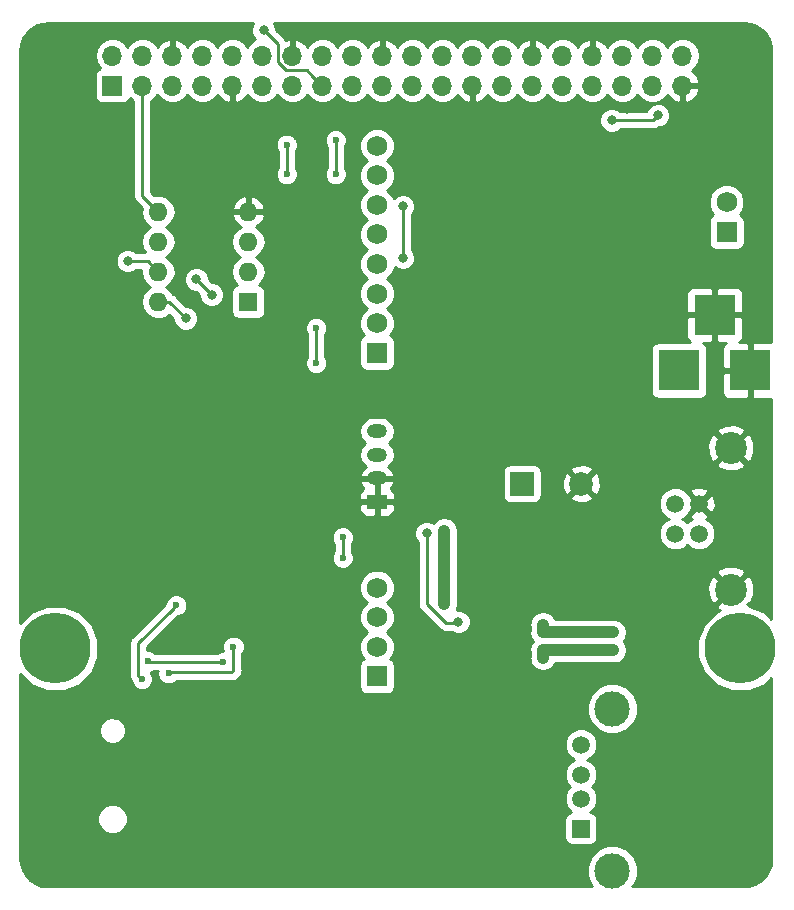
<source format=gbr>
G04 #@! TF.GenerationSoftware,KiCad,Pcbnew,5.0.2-bee76a0~70~ubuntu18.04.1*
G04 #@! TF.CreationDate,2019-04-01T17:44:37+13:00*
G04 #@! TF.ProjectId,pi-hat,70692d68-6174-42e6-9b69-6361645f7063,rev?*
G04 #@! TF.SameCoordinates,Original*
G04 #@! TF.FileFunction,Copper,L2,Bot*
G04 #@! TF.FilePolarity,Positive*
%FSLAX46Y46*%
G04 Gerber Fmt 4.6, Leading zero omitted, Abs format (unit mm)*
G04 Created by KiCad (PCBNEW 5.0.2-bee76a0~70~ubuntu18.04.1) date Mon 01 Apr 2019 17:44:37 NZDT*
%MOMM*%
%LPD*%
G01*
G04 APERTURE LIST*
G04 #@! TA.AperFunction,ComponentPad*
%ADD10C,1.500000*%
G04 #@! TD*
G04 #@! TA.AperFunction,ComponentPad*
%ADD11R,1.500000X1.500000*%
G04 #@! TD*
G04 #@! TA.AperFunction,ComponentPad*
%ADD12C,3.000000*%
G04 #@! TD*
G04 #@! TA.AperFunction,ComponentPad*
%ADD13C,2.000000*%
G04 #@! TD*
G04 #@! TA.AperFunction,ComponentPad*
%ADD14R,2.000000X2.000000*%
G04 #@! TD*
G04 #@! TA.AperFunction,ComponentPad*
%ADD15R,3.500000X3.500000*%
G04 #@! TD*
G04 #@! TA.AperFunction,ComponentPad*
%ADD16O,1.700000X1.700000*%
G04 #@! TD*
G04 #@! TA.AperFunction,ComponentPad*
%ADD17R,1.700000X1.700000*%
G04 #@! TD*
G04 #@! TA.AperFunction,ComponentPad*
%ADD18C,1.750000*%
G04 #@! TD*
G04 #@! TA.AperFunction,ComponentPad*
%ADD19R,1.750000X1.750000*%
G04 #@! TD*
G04 #@! TA.AperFunction,ComponentPad*
%ADD20C,1.520000*%
G04 #@! TD*
G04 #@! TA.AperFunction,ComponentPad*
%ADD21C,2.700000*%
G04 #@! TD*
G04 #@! TA.AperFunction,ComponentPad*
%ADD22R,1.600000X1.600000*%
G04 #@! TD*
G04 #@! TA.AperFunction,ComponentPad*
%ADD23O,1.600000X1.600000*%
G04 #@! TD*
G04 #@! TA.AperFunction,ComponentPad*
%ADD24C,6.000000*%
G04 #@! TD*
G04 #@! TA.AperFunction,ComponentPad*
%ADD25R,1.700000X1.200000*%
G04 #@! TD*
G04 #@! TA.AperFunction,ComponentPad*
%ADD26O,1.700000X1.200000*%
G04 #@! TD*
G04 #@! TA.AperFunction,ViaPad*
%ADD27C,0.800000*%
G04 #@! TD*
G04 #@! TA.AperFunction,ViaPad*
%ADD28C,0.600000*%
G04 #@! TD*
G04 #@! TA.AperFunction,Conductor*
%ADD29C,1.000000*%
G04 #@! TD*
G04 #@! TA.AperFunction,Conductor*
%ADD30C,0.250000*%
G04 #@! TD*
G04 #@! TA.AperFunction,Conductor*
%ADD31C,0.254000*%
G04 #@! TD*
G04 APERTURE END LIST*
D10*
G04 #@! TO.P,J7,4*
G04 #@! TO.N,Net-(J7-Pad4)*
X148160000Y-160790000D03*
G04 #@! TO.P,J7,3*
G04 #@! TO.N,Net-(J5-Pad3)*
X148160000Y-163330000D03*
G04 #@! TO.P,J7,2*
G04 #@! TO.N,Net-(J5-Pad2)*
X148160000Y-165360000D03*
D11*
G04 #@! TO.P,J7,1*
G04 #@! TO.N,Net-(J5-Pad1)*
X148160000Y-167900000D03*
D12*
G04 #@! TO.P,J7,5*
G04 #@! TO.N,Net-(J7-Pad4)*
X150830000Y-157740000D03*
X150830000Y-171460000D03*
G04 #@! TD*
D13*
G04 #@! TO.P,C11,2*
G04 #@! TO.N,GND*
X148200000Y-138700000D03*
D14*
G04 #@! TO.P,C11,1*
G04 #@! TO.N,VCC*
X143200000Y-138700000D03*
G04 #@! TD*
D15*
G04 #@! TO.P,J3,3*
G04 #@! TO.N,GND*
X159484000Y-124416000D03*
G04 #@! TO.P,J3,2*
X162484000Y-129116000D03*
G04 #@! TO.P,J3,1*
G04 #@! TO.N,Net-(F1-Pad2)*
X156484000Y-129116000D03*
G04 #@! TD*
D16*
G04 #@! TO.P,J1,40*
G04 #@! TO.N,/I2S_DIN*
X156760000Y-102460000D03*
G04 #@! TO.P,J1,39*
G04 #@! TO.N,GND*
X156760000Y-105000000D03*
G04 #@! TO.P,J1,38*
G04 #@! TO.N,Net-(J1-Pad38)*
X154220000Y-102460000D03*
G04 #@! TO.P,J1,37*
G04 #@! TO.N,Net-(J1-Pad37)*
X154220000Y-105000000D03*
G04 #@! TO.P,J1,36*
G04 #@! TO.N,Net-(J1-Pad36)*
X151680000Y-102460000D03*
G04 #@! TO.P,J1,35*
G04 #@! TO.N,/I2S_LRCLK*
X151680000Y-105000000D03*
G04 #@! TO.P,J1,34*
G04 #@! TO.N,GND*
X149140000Y-102460000D03*
G04 #@! TO.P,J1,33*
G04 #@! TO.N,Net-(J1-Pad33)*
X149140000Y-105000000D03*
G04 #@! TO.P,J1,32*
G04 #@! TO.N,Net-(J1-Pad32)*
X146600000Y-102460000D03*
G04 #@! TO.P,J1,31*
G04 #@! TO.N,Net-(J1-Pad31)*
X146600000Y-105000000D03*
G04 #@! TO.P,J1,30*
G04 #@! TO.N,GND*
X144060000Y-102460000D03*
G04 #@! TO.P,J1,29*
G04 #@! TO.N,Net-(J1-Pad29)*
X144060000Y-105000000D03*
G04 #@! TO.P,J1,28*
G04 #@! TO.N,Net-(J1-Pad28)*
X141520000Y-102460000D03*
G04 #@! TO.P,J1,27*
G04 #@! TO.N,Net-(J1-Pad27)*
X141520000Y-105000000D03*
G04 #@! TO.P,J1,26*
G04 #@! TO.N,Net-(J1-Pad26)*
X138980000Y-102460000D03*
G04 #@! TO.P,J1,25*
G04 #@! TO.N,GND*
X138980000Y-105000000D03*
G04 #@! TO.P,J1,24*
G04 #@! TO.N,/SPI_CEO*
X136440000Y-102460000D03*
G04 #@! TO.P,J1,23*
G04 #@! TO.N,/SPI_SCLK*
X136440000Y-105000000D03*
G04 #@! TO.P,J1,22*
G04 #@! TO.N,Net-(J1-Pad22)*
X133900000Y-102460000D03*
G04 #@! TO.P,J1,21*
G04 #@! TO.N,/SPI_MISO*
X133900000Y-105000000D03*
G04 #@! TO.P,J1,20*
G04 #@! TO.N,GND*
X131360000Y-102460000D03*
G04 #@! TO.P,J1,19*
G04 #@! TO.N,/SPI_MOSI*
X131360000Y-105000000D03*
G04 #@! TO.P,J1,18*
G04 #@! TO.N,Net-(J1-Pad18)*
X128820000Y-102460000D03*
G04 #@! TO.P,J1,17*
G04 #@! TO.N,/RPi_3V3*
X128820000Y-105000000D03*
G04 #@! TO.P,J1,16*
G04 #@! TO.N,/THERMAL_POWER*
X126280000Y-102460000D03*
G04 #@! TO.P,J1,15*
G04 #@! TO.N,/USB_POWER*
X126280000Y-105000000D03*
G04 #@! TO.P,J1,14*
G04 #@! TO.N,GND*
X123740000Y-102460000D03*
G04 #@! TO.P,J1,13*
G04 #@! TO.N,/Enable_trap*
X123740000Y-105000000D03*
G04 #@! TO.P,J1,12*
G04 #@! TO.N,/I2S_BCLK*
X121200000Y-102460000D03*
G04 #@! TO.P,J1,11*
G04 #@! TO.N,/Tx_enable*
X121200000Y-105000000D03*
G04 #@! TO.P,J1,10*
G04 #@! TO.N,/Rx*
X118660000Y-102460000D03*
G04 #@! TO.P,J1,9*
G04 #@! TO.N,GND*
X118660000Y-105000000D03*
G04 #@! TO.P,J1,8*
G04 #@! TO.N,/Tx*
X116120000Y-102460000D03*
G04 #@! TO.P,J1,7*
G04 #@! TO.N,Net-(J1-Pad7)*
X116120000Y-105000000D03*
G04 #@! TO.P,J1,6*
G04 #@! TO.N,GND*
X113580000Y-102460000D03*
G04 #@! TO.P,J1,5*
G04 #@! TO.N,/SCL*
X113580000Y-105000000D03*
G04 #@! TO.P,J1,4*
G04 #@! TO.N,+5V*
X111040000Y-102460000D03*
G04 #@! TO.P,J1,3*
G04 #@! TO.N,/SDA*
X111040000Y-105000000D03*
G04 #@! TO.P,J1,2*
G04 #@! TO.N,+5V*
X108500000Y-102460000D03*
D17*
G04 #@! TO.P,J1,1*
G04 #@! TO.N,/RPi_3V3*
X108500000Y-105000000D03*
G04 #@! TD*
D18*
G04 #@! TO.P,J4,8*
G04 #@! TO.N,/SCL*
X130900000Y-110100000D03*
G04 #@! TO.P,J4,7*
G04 #@! TO.N,/SDA*
X130900000Y-112600000D03*
G04 #@! TO.P,J4,6*
G04 #@! TO.N,/RPi_3V3*
X130900000Y-115100000D03*
G04 #@! TO.P,J4,5*
G04 #@! TO.N,Net-(J4-Pad5)*
X130900000Y-117600000D03*
G04 #@! TO.P,J4,4*
G04 #@! TO.N,/SPI_SCLK*
X130900000Y-120100000D03*
G04 #@! TO.P,J4,3*
G04 #@! TO.N,/SPI_MISO*
X130900000Y-122600000D03*
G04 #@! TO.P,J4,2*
G04 #@! TO.N,/SPI_MOSI*
X130900000Y-125100000D03*
D19*
G04 #@! TO.P,J4,1*
G04 #@! TO.N,/SPI_CEO*
X130900000Y-127600000D03*
G04 #@! TD*
D18*
G04 #@! TO.P,J2,4*
G04 #@! TO.N,Net-(J2-Pad4)*
X130900000Y-147500000D03*
G04 #@! TO.P,J2,3*
G04 #@! TO.N,VCC*
X130900000Y-150000000D03*
G04 #@! TO.P,J2,2*
G04 #@! TO.N,Net-(J2-Pad2)*
X130900000Y-152500000D03*
D19*
G04 #@! TO.P,J2,1*
G04 #@! TO.N,Net-(J2-Pad1)*
X130900000Y-155000000D03*
G04 #@! TD*
D20*
G04 #@! TO.P,J5,2*
G04 #@! TO.N,Net-(J5-Pad2)*
X156160000Y-142940000D03*
G04 #@! TO.P,J5,1*
G04 #@! TO.N,Net-(J5-Pad1)*
X156160000Y-140400000D03*
G04 #@! TO.P,J5,4*
G04 #@! TO.N,GND*
X158160000Y-140400000D03*
G04 #@! TO.P,J5,3*
G04 #@! TO.N,Net-(J5-Pad3)*
X158160000Y-142940000D03*
D21*
G04 #@! TO.P,J5,5*
G04 #@! TO.N,GND*
X160860000Y-147670000D03*
X160860000Y-135670000D03*
G04 #@! TD*
D22*
G04 #@! TO.P,U4,1*
G04 #@! TO.N,/Reset*
X120000000Y-123300000D03*
D23*
G04 #@! TO.P,U4,5*
G04 #@! TO.N,/SDA*
X112380000Y-115680000D03*
G04 #@! TO.P,U4,2*
G04 #@! TO.N,/5V_Enable*
X120000000Y-120760000D03*
G04 #@! TO.P,U4,6*
G04 #@! TO.N,/LED_Indicator*
X112380000Y-118220000D03*
G04 #@! TO.P,U4,3*
G04 #@! TO.N,/Battery_Sense*
X120000000Y-118220000D03*
G04 #@! TO.P,U4,7*
G04 #@! TO.N,/SCL*
X112380000Y-120760000D03*
G04 #@! TO.P,U4,4*
G04 #@! TO.N,GND*
X120000000Y-115680000D03*
G04 #@! TO.P,U4,8*
G04 #@! TO.N,+3V3*
X112380000Y-123300000D03*
G04 #@! TD*
D24*
G04 #@! TO.P,MK1,1*
G04 #@! TO.N,N/C*
X103660000Y-152650000D03*
G04 #@! TD*
G04 #@! TO.P,MK2,1*
G04 #@! TO.N,N/C*
X161660000Y-152650000D03*
G04 #@! TD*
D25*
G04 #@! TO.P,J8,1*
G04 #@! TO.N,GND*
X130900000Y-140250000D03*
D26*
G04 #@! TO.P,J8,2*
X130900000Y-138250000D03*
G04 #@! TO.P,J8,3*
G04 #@! TO.N,Net-(J8-Pad3)*
X130900000Y-136250000D03*
G04 #@! TO.P,J8,4*
G04 #@! TO.N,/Reset*
X130900000Y-134250000D03*
G04 #@! TD*
D19*
G04 #@! TO.P,J6,1*
G04 #@! TO.N,Net-(J6-Pad1)*
X160500000Y-117375000D03*
D18*
G04 #@! TO.P,J6,2*
G04 #@! TO.N,Net-(J6-Pad2)*
X160500000Y-114875000D03*
G04 #@! TD*
D27*
G04 #@! TO.N,+5V*
X136600000Y-148900000D03*
X136600000Y-142700000D03*
G04 #@! TO.N,GND*
X155800000Y-109050000D03*
X152050000Y-107000000D03*
X142500000Y-132500000D03*
X116700000Y-133800000D03*
X124800000Y-132200000D03*
X113700000Y-127500000D03*
X116900000Y-126300000D03*
X125000000Y-112300000D03*
X125800000Y-148500000D03*
X122400000Y-150900000D03*
X124800000Y-155800000D03*
X117000000Y-141700000D03*
X148100000Y-111100000D03*
X151000000Y-113400000D03*
D28*
X138900000Y-155150000D03*
X143750000Y-172250000D03*
X125160000Y-120650000D03*
D27*
X108750000Y-158250000D03*
G04 #@! TO.N,/SCL*
X109800000Y-119849998D03*
G04 #@! TO.N,/USB_POWER*
X121300000Y-100300000D03*
D28*
G04 #@! TO.N,/THERMAL_POWER*
X127400000Y-109600000D03*
X127400000Y-112500000D03*
D27*
G04 #@! TO.N,/SPI_MOSI*
X133100000Y-119600000D03*
X133100000Y-115200000D03*
G04 #@! TO.N,/I2S_DIN*
X150762347Y-107937653D03*
X154700000Y-107500000D03*
D28*
G04 #@! TO.N,Net-(L2-Pad1)*
X144955568Y-150648229D03*
X144947279Y-151291518D03*
X150916278Y-151291518D03*
X149963779Y-151291518D03*
X149011279Y-151291518D03*
G04 #@! TO.N,Net-(L2-Pad2)*
X144947279Y-152782938D03*
X144955569Y-153426228D03*
X149011279Y-152782938D03*
X149963779Y-152782938D03*
X150916278Y-152782938D03*
G04 #@! TO.N,Net-(BT1-Pad1)*
X113900000Y-149000000D03*
X111000000Y-155250000D03*
D27*
G04 #@! TO.N,+3V3*
X114700000Y-124700000D03*
D28*
G04 #@! TO.N,/Rx*
X113250000Y-154750000D03*
X118750000Y-152500000D03*
G04 #@! TO.N,/Enable_trap*
X128000000Y-145000000D03*
X123250000Y-112500000D03*
X123250000Y-110000000D03*
X128000000Y-143250000D03*
X125750000Y-125500000D03*
X125750000Y-128499996D03*
G04 #@! TO.N,/Tx_enable*
X117900000Y-153800000D03*
X111500000Y-153750000D03*
D27*
G04 #@! TO.N,/5V_Enable*
X137800000Y-150400000D03*
X135100000Y-142900000D03*
G04 #@! TO.N,/LED_Indicator*
X115600000Y-121400000D03*
X116900000Y-122700000D03*
G04 #@! TD*
D29*
G04 #@! TO.N,+5V*
X136600000Y-148900000D02*
X136600000Y-142700000D01*
D30*
G04 #@! TO.N,/SDA*
X111040000Y-114340000D02*
X112380000Y-115680000D01*
X111040000Y-105000000D02*
X111040000Y-114340000D01*
G04 #@! TO.N,/SCL*
X111469998Y-119849998D02*
X112380000Y-120760000D01*
X109800000Y-119849998D02*
X111469998Y-119849998D01*
G04 #@! TO.N,/USB_POWER*
X125430001Y-104150001D02*
X126280000Y-105000000D01*
X124980000Y-103700000D02*
X125430001Y-104150001D01*
X122500000Y-103000000D02*
X123200000Y-103700000D01*
X121300000Y-100300000D02*
X122500000Y-101500000D01*
X123200000Y-103700000D02*
X124980000Y-103700000D01*
X122500000Y-101500000D02*
X122500000Y-103000000D01*
G04 #@! TO.N,/THERMAL_POWER*
X127400000Y-109600000D02*
X127400000Y-112500000D01*
G04 #@! TO.N,/SPI_MOSI*
X133100000Y-119600000D02*
X133100000Y-115200000D01*
G04 #@! TO.N,/I2S_DIN*
X154262347Y-107937653D02*
X154700000Y-107500000D01*
X150762347Y-107937653D02*
X154262347Y-107937653D01*
D29*
G04 #@! TO.N,Net-(L2-Pad1)*
X144947279Y-151291518D02*
X149011279Y-151291518D01*
X144947279Y-150656518D02*
X144955568Y-150648229D01*
X144947279Y-151291518D02*
X144947279Y-150656518D01*
X149963779Y-151291518D02*
X150916278Y-151291518D01*
X149011279Y-151291518D02*
X149963779Y-151291518D01*
G04 #@! TO.N,Net-(L2-Pad2)*
X144947279Y-152782938D02*
X149011279Y-152782938D01*
X144947279Y-153417938D02*
X144955569Y-153426228D01*
X144947279Y-152782938D02*
X144947279Y-153417938D01*
X149011279Y-152782938D02*
X149963779Y-152782938D01*
X149963779Y-152782938D02*
X150916278Y-152782938D01*
D30*
G04 #@! TO.N,Net-(BT1-Pad1)*
X113600001Y-149299999D02*
X113900000Y-149000000D01*
X110700001Y-152199999D02*
X113600001Y-149299999D01*
X110700001Y-154950001D02*
X110700001Y-152199999D01*
X111000000Y-155250000D02*
X110700001Y-154950001D01*
G04 #@! TO.N,+3V3*
X113300000Y-123300000D02*
X112380000Y-123300000D01*
X114700000Y-124700000D02*
X113300000Y-123300000D01*
G04 #@! TO.N,/Rx*
X113350000Y-154650000D02*
X113250000Y-154750000D01*
X118500000Y-154650000D02*
X113350000Y-154650000D01*
X118500000Y-154650000D02*
X118600000Y-154650000D01*
X118600000Y-154650000D02*
X118750000Y-154500000D01*
X118750000Y-154500000D02*
X118750000Y-152500000D01*
G04 #@! TO.N,/Enable_trap*
X123250000Y-112500000D02*
X123250000Y-110000000D01*
X128000000Y-145000000D02*
X128000000Y-143250000D01*
X125750000Y-125500000D02*
X125750000Y-128499996D01*
G04 #@! TO.N,/Tx_enable*
X111550000Y-153800000D02*
X111500000Y-153750000D01*
X117900000Y-153800000D02*
X111550000Y-153800000D01*
G04 #@! TO.N,/5V_Enable*
X137700000Y-150500000D02*
X137800000Y-150400000D01*
X136750000Y-150500000D02*
X137700000Y-150500000D01*
X135100000Y-142900000D02*
X135100000Y-148850000D01*
X135100000Y-148850000D02*
X136750000Y-150500000D01*
G04 #@! TO.N,/LED_Indicator*
X115600000Y-121400000D02*
X116900000Y-122700000D01*
G04 #@! TD*
D31*
G04 #@! TO.N,GND*
G36*
X120422569Y-99713720D02*
X120265000Y-100094126D01*
X120265000Y-100505874D01*
X120422569Y-100886280D01*
X120606715Y-101070426D01*
X120129375Y-101389375D01*
X119930000Y-101687761D01*
X119730625Y-101389375D01*
X119239418Y-101061161D01*
X118806256Y-100975000D01*
X118513744Y-100975000D01*
X118080582Y-101061161D01*
X117589375Y-101389375D01*
X117390000Y-101687761D01*
X117190625Y-101389375D01*
X116699418Y-101061161D01*
X116266256Y-100975000D01*
X115973744Y-100975000D01*
X115540582Y-101061161D01*
X115049375Y-101389375D01*
X114836157Y-101708478D01*
X114775183Y-101578642D01*
X114346924Y-101188355D01*
X113936890Y-101018524D01*
X113707000Y-101139845D01*
X113707000Y-102333000D01*
X113727000Y-102333000D01*
X113727000Y-102587000D01*
X113707000Y-102587000D01*
X113707000Y-102607000D01*
X113453000Y-102607000D01*
X113453000Y-102587000D01*
X113433000Y-102587000D01*
X113433000Y-102333000D01*
X113453000Y-102333000D01*
X113453000Y-101139845D01*
X113223110Y-101018524D01*
X112813076Y-101188355D01*
X112384817Y-101578642D01*
X112323843Y-101708478D01*
X112110625Y-101389375D01*
X111619418Y-101061161D01*
X111186256Y-100975000D01*
X110893744Y-100975000D01*
X110460582Y-101061161D01*
X109969375Y-101389375D01*
X109770000Y-101687761D01*
X109570625Y-101389375D01*
X109079418Y-101061161D01*
X108646256Y-100975000D01*
X108353744Y-100975000D01*
X107920582Y-101061161D01*
X107429375Y-101389375D01*
X107101161Y-101880582D01*
X106985908Y-102460000D01*
X107101161Y-103039418D01*
X107429375Y-103530625D01*
X107447619Y-103542816D01*
X107402235Y-103551843D01*
X107192191Y-103692191D01*
X107051843Y-103902235D01*
X107002560Y-104150000D01*
X107002560Y-105850000D01*
X107051843Y-106097765D01*
X107192191Y-106307809D01*
X107402235Y-106448157D01*
X107650000Y-106497440D01*
X109350000Y-106497440D01*
X109597765Y-106448157D01*
X109807809Y-106307809D01*
X109948157Y-106097765D01*
X109957184Y-106052381D01*
X109969375Y-106070625D01*
X110280000Y-106278178D01*
X110280001Y-114265148D01*
X110265112Y-114340000D01*
X110324097Y-114636537D01*
X110334477Y-114652071D01*
X110492072Y-114887929D01*
X110555528Y-114930329D01*
X110981312Y-115356113D01*
X110916887Y-115680000D01*
X111028260Y-116239909D01*
X111345423Y-116714577D01*
X111697758Y-116950000D01*
X111345423Y-117185423D01*
X111028260Y-117660091D01*
X110916887Y-118220000D01*
X111028260Y-118779909D01*
X111235455Y-119089998D01*
X110503711Y-119089998D01*
X110386280Y-118972567D01*
X110005874Y-118814998D01*
X109594126Y-118814998D01*
X109213720Y-118972567D01*
X108922569Y-119263718D01*
X108765000Y-119644124D01*
X108765000Y-120055872D01*
X108922569Y-120436278D01*
X109213720Y-120727429D01*
X109594126Y-120884998D01*
X110005874Y-120884998D01*
X110386280Y-120727429D01*
X110503711Y-120609998D01*
X110946724Y-120609998D01*
X110916887Y-120760000D01*
X111028260Y-121319909D01*
X111345423Y-121794577D01*
X111697758Y-122030000D01*
X111345423Y-122265423D01*
X111028260Y-122740091D01*
X110916887Y-123300000D01*
X111028260Y-123859909D01*
X111345423Y-124334577D01*
X111820091Y-124651740D01*
X112238667Y-124735000D01*
X112521333Y-124735000D01*
X112939909Y-124651740D01*
X113321780Y-124396582D01*
X113665000Y-124739802D01*
X113665000Y-124905874D01*
X113822569Y-125286280D01*
X114113720Y-125577431D01*
X114494126Y-125735000D01*
X114905874Y-125735000D01*
X115286280Y-125577431D01*
X115549694Y-125314017D01*
X124815000Y-125314017D01*
X124815000Y-125685983D01*
X124957345Y-126029635D01*
X124990000Y-126062290D01*
X124990001Y-127937705D01*
X124957345Y-127970361D01*
X124815000Y-128314013D01*
X124815000Y-128685979D01*
X124957345Y-129029631D01*
X125220365Y-129292651D01*
X125564017Y-129434996D01*
X125935983Y-129434996D01*
X126279635Y-129292651D01*
X126542655Y-129029631D01*
X126685000Y-128685979D01*
X126685000Y-128314013D01*
X126542655Y-127970361D01*
X126510000Y-127937706D01*
X126510000Y-126725000D01*
X129377560Y-126725000D01*
X129377560Y-128475000D01*
X129426843Y-128722765D01*
X129567191Y-128932809D01*
X129777235Y-129073157D01*
X130025000Y-129122440D01*
X131775000Y-129122440D01*
X132022765Y-129073157D01*
X132232809Y-128932809D01*
X132373157Y-128722765D01*
X132422440Y-128475000D01*
X132422440Y-127366000D01*
X154086560Y-127366000D01*
X154086560Y-130866000D01*
X154135843Y-131113765D01*
X154276191Y-131323809D01*
X154486235Y-131464157D01*
X154734000Y-131513440D01*
X158234000Y-131513440D01*
X158481765Y-131464157D01*
X158691809Y-131323809D01*
X158832157Y-131113765D01*
X158881440Y-130866000D01*
X158881440Y-129401750D01*
X160099000Y-129401750D01*
X160099000Y-130992310D01*
X160195673Y-131225699D01*
X160374302Y-131404327D01*
X160607691Y-131501000D01*
X162198250Y-131501000D01*
X162357000Y-131342250D01*
X162357000Y-129243000D01*
X160257750Y-129243000D01*
X160099000Y-129401750D01*
X158881440Y-129401750D01*
X158881440Y-127366000D01*
X158832157Y-127118235D01*
X158691809Y-126908191D01*
X158531388Y-126801000D01*
X159198250Y-126801000D01*
X159357000Y-126642250D01*
X159357000Y-124543000D01*
X159611000Y-124543000D01*
X159611000Y-126642250D01*
X159769750Y-126801000D01*
X160438696Y-126801000D01*
X160374302Y-126827673D01*
X160195673Y-127006301D01*
X160099000Y-127239690D01*
X160099000Y-128830250D01*
X160257750Y-128989000D01*
X162357000Y-128989000D01*
X162357000Y-126889750D01*
X162198250Y-126731000D01*
X161529304Y-126731000D01*
X161593698Y-126704327D01*
X161772327Y-126525699D01*
X161869000Y-126292310D01*
X161869000Y-124701750D01*
X161710250Y-124543000D01*
X159611000Y-124543000D01*
X159357000Y-124543000D01*
X157257750Y-124543000D01*
X157099000Y-124701750D01*
X157099000Y-126292310D01*
X157195673Y-126525699D01*
X157374302Y-126704327D01*
X157408663Y-126718560D01*
X154734000Y-126718560D01*
X154486235Y-126767843D01*
X154276191Y-126908191D01*
X154135843Y-127118235D01*
X154086560Y-127366000D01*
X132422440Y-127366000D01*
X132422440Y-126725000D01*
X132373157Y-126477235D01*
X132232809Y-126267191D01*
X132022765Y-126126843D01*
X132010966Y-126124496D01*
X132180116Y-125955346D01*
X132410000Y-125400358D01*
X132410000Y-124799642D01*
X132180116Y-124244654D01*
X131785462Y-123850000D01*
X132180116Y-123455346D01*
X132410000Y-122900358D01*
X132410000Y-122539690D01*
X157099000Y-122539690D01*
X157099000Y-124130250D01*
X157257750Y-124289000D01*
X159357000Y-124289000D01*
X159357000Y-122189750D01*
X159611000Y-122189750D01*
X159611000Y-124289000D01*
X161710250Y-124289000D01*
X161869000Y-124130250D01*
X161869000Y-122539690D01*
X161772327Y-122306301D01*
X161593698Y-122127673D01*
X161360309Y-122031000D01*
X159769750Y-122031000D01*
X159611000Y-122189750D01*
X159357000Y-122189750D01*
X159198250Y-122031000D01*
X157607691Y-122031000D01*
X157374302Y-122127673D01*
X157195673Y-122306301D01*
X157099000Y-122539690D01*
X132410000Y-122539690D01*
X132410000Y-122299642D01*
X132180116Y-121744654D01*
X131785462Y-121350000D01*
X132180116Y-120955346D01*
X132410000Y-120400358D01*
X132410000Y-120373711D01*
X132513720Y-120477431D01*
X132894126Y-120635000D01*
X133305874Y-120635000D01*
X133686280Y-120477431D01*
X133977431Y-120186280D01*
X134135000Y-119805874D01*
X134135000Y-119394126D01*
X133977431Y-119013720D01*
X133860000Y-118896289D01*
X133860000Y-116500000D01*
X158977560Y-116500000D01*
X158977560Y-118250000D01*
X159026843Y-118497765D01*
X159167191Y-118707809D01*
X159377235Y-118848157D01*
X159625000Y-118897440D01*
X161375000Y-118897440D01*
X161622765Y-118848157D01*
X161832809Y-118707809D01*
X161973157Y-118497765D01*
X162022440Y-118250000D01*
X162022440Y-116500000D01*
X161973157Y-116252235D01*
X161832809Y-116042191D01*
X161622765Y-115901843D01*
X161610966Y-115899496D01*
X161780116Y-115730346D01*
X162010000Y-115175358D01*
X162010000Y-114574642D01*
X161780116Y-114019654D01*
X161355346Y-113594884D01*
X160800358Y-113365000D01*
X160199642Y-113365000D01*
X159644654Y-113594884D01*
X159219884Y-114019654D01*
X158990000Y-114574642D01*
X158990000Y-115175358D01*
X159219884Y-115730346D01*
X159389034Y-115899496D01*
X159377235Y-115901843D01*
X159167191Y-116042191D01*
X159026843Y-116252235D01*
X158977560Y-116500000D01*
X133860000Y-116500000D01*
X133860000Y-115903711D01*
X133977431Y-115786280D01*
X134135000Y-115405874D01*
X134135000Y-114994126D01*
X133977431Y-114613720D01*
X133686280Y-114322569D01*
X133305874Y-114165000D01*
X132894126Y-114165000D01*
X132513720Y-114322569D01*
X132300647Y-114535642D01*
X132180116Y-114244654D01*
X131785462Y-113850000D01*
X132180116Y-113455346D01*
X132410000Y-112900358D01*
X132410000Y-112299642D01*
X132180116Y-111744654D01*
X131785462Y-111350000D01*
X132180116Y-110955346D01*
X132410000Y-110400358D01*
X132410000Y-109799642D01*
X132180116Y-109244654D01*
X131755346Y-108819884D01*
X131200358Y-108590000D01*
X130599642Y-108590000D01*
X130044654Y-108819884D01*
X129619884Y-109244654D01*
X129390000Y-109799642D01*
X129390000Y-110400358D01*
X129619884Y-110955346D01*
X130014538Y-111350000D01*
X129619884Y-111744654D01*
X129390000Y-112299642D01*
X129390000Y-112900358D01*
X129619884Y-113455346D01*
X130014538Y-113850000D01*
X129619884Y-114244654D01*
X129390000Y-114799642D01*
X129390000Y-115400358D01*
X129619884Y-115955346D01*
X130014538Y-116350000D01*
X129619884Y-116744654D01*
X129390000Y-117299642D01*
X129390000Y-117900358D01*
X129619884Y-118455346D01*
X130014538Y-118850000D01*
X129619884Y-119244654D01*
X129390000Y-119799642D01*
X129390000Y-120400358D01*
X129619884Y-120955346D01*
X130014538Y-121350000D01*
X129619884Y-121744654D01*
X129390000Y-122299642D01*
X129390000Y-122900358D01*
X129619884Y-123455346D01*
X130014538Y-123850000D01*
X129619884Y-124244654D01*
X129390000Y-124799642D01*
X129390000Y-125400358D01*
X129619884Y-125955346D01*
X129789034Y-126124496D01*
X129777235Y-126126843D01*
X129567191Y-126267191D01*
X129426843Y-126477235D01*
X129377560Y-126725000D01*
X126510000Y-126725000D01*
X126510000Y-126062290D01*
X126542655Y-126029635D01*
X126685000Y-125685983D01*
X126685000Y-125314017D01*
X126542655Y-124970365D01*
X126279635Y-124707345D01*
X125935983Y-124565000D01*
X125564017Y-124565000D01*
X125220365Y-124707345D01*
X124957345Y-124970365D01*
X124815000Y-125314017D01*
X115549694Y-125314017D01*
X115577431Y-125286280D01*
X115735000Y-124905874D01*
X115735000Y-124494126D01*
X115577431Y-124113720D01*
X115286280Y-123822569D01*
X114905874Y-123665000D01*
X114739802Y-123665000D01*
X113890331Y-122815530D01*
X113847929Y-122752071D01*
X113652487Y-122621481D01*
X113414577Y-122265423D01*
X113062242Y-122030000D01*
X113414577Y-121794577D01*
X113731740Y-121319909D01*
X113756759Y-121194126D01*
X114565000Y-121194126D01*
X114565000Y-121605874D01*
X114722569Y-121986280D01*
X115013720Y-122277431D01*
X115394126Y-122435000D01*
X115560199Y-122435000D01*
X115865000Y-122739802D01*
X115865000Y-122905874D01*
X116022569Y-123286280D01*
X116313720Y-123577431D01*
X116694126Y-123735000D01*
X117105874Y-123735000D01*
X117486280Y-123577431D01*
X117777431Y-123286280D01*
X117935000Y-122905874D01*
X117935000Y-122494126D01*
X117777431Y-122113720D01*
X117486280Y-121822569D01*
X117105874Y-121665000D01*
X116939802Y-121665000D01*
X116635000Y-121360199D01*
X116635000Y-121194126D01*
X116477431Y-120813720D01*
X116186280Y-120522569D01*
X115805874Y-120365000D01*
X115394126Y-120365000D01*
X115013720Y-120522569D01*
X114722569Y-120813720D01*
X114565000Y-121194126D01*
X113756759Y-121194126D01*
X113843113Y-120760000D01*
X113731740Y-120200091D01*
X113414577Y-119725423D01*
X113062242Y-119490000D01*
X113414577Y-119254577D01*
X113731740Y-118779909D01*
X113843113Y-118220000D01*
X118536887Y-118220000D01*
X118648260Y-118779909D01*
X118965423Y-119254577D01*
X119317758Y-119490000D01*
X118965423Y-119725423D01*
X118648260Y-120200091D01*
X118536887Y-120760000D01*
X118648260Y-121319909D01*
X118965423Y-121794577D01*
X119086106Y-121875215D01*
X118952235Y-121901843D01*
X118742191Y-122042191D01*
X118601843Y-122252235D01*
X118552560Y-122500000D01*
X118552560Y-124100000D01*
X118601843Y-124347765D01*
X118742191Y-124557809D01*
X118952235Y-124698157D01*
X119200000Y-124747440D01*
X120800000Y-124747440D01*
X121047765Y-124698157D01*
X121257809Y-124557809D01*
X121398157Y-124347765D01*
X121447440Y-124100000D01*
X121447440Y-122500000D01*
X121398157Y-122252235D01*
X121257809Y-122042191D01*
X121047765Y-121901843D01*
X120913894Y-121875215D01*
X121034577Y-121794577D01*
X121351740Y-121319909D01*
X121463113Y-120760000D01*
X121351740Y-120200091D01*
X121034577Y-119725423D01*
X120682242Y-119490000D01*
X121034577Y-119254577D01*
X121351740Y-118779909D01*
X121463113Y-118220000D01*
X121351740Y-117660091D01*
X121034577Y-117185423D01*
X120650892Y-116929053D01*
X120855134Y-116832389D01*
X121231041Y-116417423D01*
X121391904Y-116029039D01*
X121269915Y-115807000D01*
X120127000Y-115807000D01*
X120127000Y-115827000D01*
X119873000Y-115827000D01*
X119873000Y-115807000D01*
X118730085Y-115807000D01*
X118608096Y-116029039D01*
X118768959Y-116417423D01*
X119144866Y-116832389D01*
X119349108Y-116929053D01*
X118965423Y-117185423D01*
X118648260Y-117660091D01*
X118536887Y-118220000D01*
X113843113Y-118220000D01*
X113731740Y-117660091D01*
X113414577Y-117185423D01*
X113062242Y-116950000D01*
X113414577Y-116714577D01*
X113731740Y-116239909D01*
X113843113Y-115680000D01*
X113773685Y-115330961D01*
X118608096Y-115330961D01*
X118730085Y-115553000D01*
X119873000Y-115553000D01*
X119873000Y-114409371D01*
X120127000Y-114409371D01*
X120127000Y-115553000D01*
X121269915Y-115553000D01*
X121391904Y-115330961D01*
X121231041Y-114942577D01*
X120855134Y-114527611D01*
X120349041Y-114288086D01*
X120127000Y-114409371D01*
X119873000Y-114409371D01*
X119650959Y-114288086D01*
X119144866Y-114527611D01*
X118768959Y-114942577D01*
X118608096Y-115330961D01*
X113773685Y-115330961D01*
X113731740Y-115120091D01*
X113414577Y-114645423D01*
X112939909Y-114328260D01*
X112521333Y-114245000D01*
X112238667Y-114245000D01*
X112056114Y-114281312D01*
X111800000Y-114025199D01*
X111800000Y-109814017D01*
X122315000Y-109814017D01*
X122315000Y-110185983D01*
X122457345Y-110529635D01*
X122490001Y-110562291D01*
X122490000Y-111937710D01*
X122457345Y-111970365D01*
X122315000Y-112314017D01*
X122315000Y-112685983D01*
X122457345Y-113029635D01*
X122720365Y-113292655D01*
X123064017Y-113435000D01*
X123435983Y-113435000D01*
X123779635Y-113292655D01*
X124042655Y-113029635D01*
X124185000Y-112685983D01*
X124185000Y-112314017D01*
X124042655Y-111970365D01*
X124010000Y-111937710D01*
X124010000Y-110562290D01*
X124042655Y-110529635D01*
X124185000Y-110185983D01*
X124185000Y-109814017D01*
X124042655Y-109470365D01*
X123986307Y-109414017D01*
X126465000Y-109414017D01*
X126465000Y-109785983D01*
X126607345Y-110129635D01*
X126640000Y-110162290D01*
X126640001Y-111937709D01*
X126607345Y-111970365D01*
X126465000Y-112314017D01*
X126465000Y-112685983D01*
X126607345Y-113029635D01*
X126870365Y-113292655D01*
X127214017Y-113435000D01*
X127585983Y-113435000D01*
X127929635Y-113292655D01*
X128192655Y-113029635D01*
X128335000Y-112685983D01*
X128335000Y-112314017D01*
X128192655Y-111970365D01*
X128160000Y-111937710D01*
X128160000Y-110162290D01*
X128192655Y-110129635D01*
X128335000Y-109785983D01*
X128335000Y-109414017D01*
X128192655Y-109070365D01*
X127929635Y-108807345D01*
X127585983Y-108665000D01*
X127214017Y-108665000D01*
X126870365Y-108807345D01*
X126607345Y-109070365D01*
X126465000Y-109414017D01*
X123986307Y-109414017D01*
X123779635Y-109207345D01*
X123435983Y-109065000D01*
X123064017Y-109065000D01*
X122720365Y-109207345D01*
X122457345Y-109470365D01*
X122315000Y-109814017D01*
X111800000Y-109814017D01*
X111800000Y-107731779D01*
X149727347Y-107731779D01*
X149727347Y-108143527D01*
X149884916Y-108523933D01*
X150176067Y-108815084D01*
X150556473Y-108972653D01*
X150968221Y-108972653D01*
X151348627Y-108815084D01*
X151466058Y-108697653D01*
X154187500Y-108697653D01*
X154262347Y-108712541D01*
X154337194Y-108697653D01*
X154337199Y-108697653D01*
X154558884Y-108653557D01*
X154736317Y-108535000D01*
X154905874Y-108535000D01*
X155286280Y-108377431D01*
X155577431Y-108086280D01*
X155735000Y-107705874D01*
X155735000Y-107294126D01*
X155577431Y-106913720D01*
X155286280Y-106622569D01*
X154905874Y-106465000D01*
X154494126Y-106465000D01*
X154113720Y-106622569D01*
X153822569Y-106913720D01*
X153713245Y-107177653D01*
X151466058Y-107177653D01*
X151348627Y-107060222D01*
X150968221Y-106902653D01*
X150556473Y-106902653D01*
X150176067Y-107060222D01*
X149884916Y-107351373D01*
X149727347Y-107731779D01*
X111800000Y-107731779D01*
X111800000Y-106278178D01*
X112110625Y-106070625D01*
X112310000Y-105772239D01*
X112509375Y-106070625D01*
X113000582Y-106398839D01*
X113433744Y-106485000D01*
X113726256Y-106485000D01*
X114159418Y-106398839D01*
X114650625Y-106070625D01*
X114850000Y-105772239D01*
X115049375Y-106070625D01*
X115540582Y-106398839D01*
X115973744Y-106485000D01*
X116266256Y-106485000D01*
X116699418Y-106398839D01*
X117190625Y-106070625D01*
X117403843Y-105751522D01*
X117464817Y-105881358D01*
X117893076Y-106271645D01*
X118303110Y-106441476D01*
X118533000Y-106320155D01*
X118533000Y-105127000D01*
X118513000Y-105127000D01*
X118513000Y-104873000D01*
X118533000Y-104873000D01*
X118533000Y-104853000D01*
X118787000Y-104853000D01*
X118787000Y-104873000D01*
X118807000Y-104873000D01*
X118807000Y-105127000D01*
X118787000Y-105127000D01*
X118787000Y-106320155D01*
X119016890Y-106441476D01*
X119426924Y-106271645D01*
X119855183Y-105881358D01*
X119916157Y-105751522D01*
X120129375Y-106070625D01*
X120620582Y-106398839D01*
X121053744Y-106485000D01*
X121346256Y-106485000D01*
X121779418Y-106398839D01*
X122270625Y-106070625D01*
X122470000Y-105772239D01*
X122669375Y-106070625D01*
X123160582Y-106398839D01*
X123593744Y-106485000D01*
X123886256Y-106485000D01*
X124319418Y-106398839D01*
X124810625Y-106070625D01*
X125010000Y-105772239D01*
X125209375Y-106070625D01*
X125700582Y-106398839D01*
X126133744Y-106485000D01*
X126426256Y-106485000D01*
X126859418Y-106398839D01*
X127350625Y-106070625D01*
X127550000Y-105772239D01*
X127749375Y-106070625D01*
X128240582Y-106398839D01*
X128673744Y-106485000D01*
X128966256Y-106485000D01*
X129399418Y-106398839D01*
X129890625Y-106070625D01*
X130090000Y-105772239D01*
X130289375Y-106070625D01*
X130780582Y-106398839D01*
X131213744Y-106485000D01*
X131506256Y-106485000D01*
X131939418Y-106398839D01*
X132430625Y-106070625D01*
X132630000Y-105772239D01*
X132829375Y-106070625D01*
X133320582Y-106398839D01*
X133753744Y-106485000D01*
X134046256Y-106485000D01*
X134479418Y-106398839D01*
X134970625Y-106070625D01*
X135170000Y-105772239D01*
X135369375Y-106070625D01*
X135860582Y-106398839D01*
X136293744Y-106485000D01*
X136586256Y-106485000D01*
X137019418Y-106398839D01*
X137510625Y-106070625D01*
X137723843Y-105751522D01*
X137784817Y-105881358D01*
X138213076Y-106271645D01*
X138623110Y-106441476D01*
X138853000Y-106320155D01*
X138853000Y-105127000D01*
X138833000Y-105127000D01*
X138833000Y-104873000D01*
X138853000Y-104873000D01*
X138853000Y-104853000D01*
X139107000Y-104853000D01*
X139107000Y-104873000D01*
X139127000Y-104873000D01*
X139127000Y-105127000D01*
X139107000Y-105127000D01*
X139107000Y-106320155D01*
X139336890Y-106441476D01*
X139746924Y-106271645D01*
X140175183Y-105881358D01*
X140236157Y-105751522D01*
X140449375Y-106070625D01*
X140940582Y-106398839D01*
X141373744Y-106485000D01*
X141666256Y-106485000D01*
X142099418Y-106398839D01*
X142590625Y-106070625D01*
X142790000Y-105772239D01*
X142989375Y-106070625D01*
X143480582Y-106398839D01*
X143913744Y-106485000D01*
X144206256Y-106485000D01*
X144639418Y-106398839D01*
X145130625Y-106070625D01*
X145330000Y-105772239D01*
X145529375Y-106070625D01*
X146020582Y-106398839D01*
X146453744Y-106485000D01*
X146746256Y-106485000D01*
X147179418Y-106398839D01*
X147670625Y-106070625D01*
X147870000Y-105772239D01*
X148069375Y-106070625D01*
X148560582Y-106398839D01*
X148993744Y-106485000D01*
X149286256Y-106485000D01*
X149719418Y-106398839D01*
X150210625Y-106070625D01*
X150410000Y-105772239D01*
X150609375Y-106070625D01*
X151100582Y-106398839D01*
X151533744Y-106485000D01*
X151826256Y-106485000D01*
X152259418Y-106398839D01*
X152750625Y-106070625D01*
X152950000Y-105772239D01*
X153149375Y-106070625D01*
X153640582Y-106398839D01*
X154073744Y-106485000D01*
X154366256Y-106485000D01*
X154799418Y-106398839D01*
X155290625Y-106070625D01*
X155503843Y-105751522D01*
X155564817Y-105881358D01*
X155993076Y-106271645D01*
X156403110Y-106441476D01*
X156633000Y-106320155D01*
X156633000Y-105127000D01*
X156887000Y-105127000D01*
X156887000Y-106320155D01*
X157116890Y-106441476D01*
X157526924Y-106271645D01*
X157955183Y-105881358D01*
X158201486Y-105356892D01*
X158080819Y-105127000D01*
X156887000Y-105127000D01*
X156633000Y-105127000D01*
X156613000Y-105127000D01*
X156613000Y-104873000D01*
X156633000Y-104873000D01*
X156633000Y-104853000D01*
X156887000Y-104853000D01*
X156887000Y-104873000D01*
X158080819Y-104873000D01*
X158201486Y-104643108D01*
X157955183Y-104118642D01*
X157530214Y-103731353D01*
X157830625Y-103530625D01*
X158158839Y-103039418D01*
X158274092Y-102460000D01*
X158158839Y-101880582D01*
X157830625Y-101389375D01*
X157339418Y-101061161D01*
X156906256Y-100975000D01*
X156613744Y-100975000D01*
X156180582Y-101061161D01*
X155689375Y-101389375D01*
X155490000Y-101687761D01*
X155290625Y-101389375D01*
X154799418Y-101061161D01*
X154366256Y-100975000D01*
X154073744Y-100975000D01*
X153640582Y-101061161D01*
X153149375Y-101389375D01*
X152950000Y-101687761D01*
X152750625Y-101389375D01*
X152259418Y-101061161D01*
X151826256Y-100975000D01*
X151533744Y-100975000D01*
X151100582Y-101061161D01*
X150609375Y-101389375D01*
X150396157Y-101708478D01*
X150335183Y-101578642D01*
X149906924Y-101188355D01*
X149496890Y-101018524D01*
X149267000Y-101139845D01*
X149267000Y-102333000D01*
X149287000Y-102333000D01*
X149287000Y-102587000D01*
X149267000Y-102587000D01*
X149267000Y-102607000D01*
X149013000Y-102607000D01*
X149013000Y-102587000D01*
X148993000Y-102587000D01*
X148993000Y-102333000D01*
X149013000Y-102333000D01*
X149013000Y-101139845D01*
X148783110Y-101018524D01*
X148373076Y-101188355D01*
X147944817Y-101578642D01*
X147883843Y-101708478D01*
X147670625Y-101389375D01*
X147179418Y-101061161D01*
X146746256Y-100975000D01*
X146453744Y-100975000D01*
X146020582Y-101061161D01*
X145529375Y-101389375D01*
X145316157Y-101708478D01*
X145255183Y-101578642D01*
X144826924Y-101188355D01*
X144416890Y-101018524D01*
X144187000Y-101139845D01*
X144187000Y-102333000D01*
X144207000Y-102333000D01*
X144207000Y-102587000D01*
X144187000Y-102587000D01*
X144187000Y-102607000D01*
X143933000Y-102607000D01*
X143933000Y-102587000D01*
X143913000Y-102587000D01*
X143913000Y-102333000D01*
X143933000Y-102333000D01*
X143933000Y-101139845D01*
X143703110Y-101018524D01*
X143293076Y-101188355D01*
X142864817Y-101578642D01*
X142803843Y-101708478D01*
X142590625Y-101389375D01*
X142099418Y-101061161D01*
X141666256Y-100975000D01*
X141373744Y-100975000D01*
X140940582Y-101061161D01*
X140449375Y-101389375D01*
X140250000Y-101687761D01*
X140050625Y-101389375D01*
X139559418Y-101061161D01*
X139126256Y-100975000D01*
X138833744Y-100975000D01*
X138400582Y-101061161D01*
X137909375Y-101389375D01*
X137710000Y-101687761D01*
X137510625Y-101389375D01*
X137019418Y-101061161D01*
X136586256Y-100975000D01*
X136293744Y-100975000D01*
X135860582Y-101061161D01*
X135369375Y-101389375D01*
X135170000Y-101687761D01*
X134970625Y-101389375D01*
X134479418Y-101061161D01*
X134046256Y-100975000D01*
X133753744Y-100975000D01*
X133320582Y-101061161D01*
X132829375Y-101389375D01*
X132616157Y-101708478D01*
X132555183Y-101578642D01*
X132126924Y-101188355D01*
X131716890Y-101018524D01*
X131487000Y-101139845D01*
X131487000Y-102333000D01*
X131507000Y-102333000D01*
X131507000Y-102587000D01*
X131487000Y-102587000D01*
X131487000Y-102607000D01*
X131233000Y-102607000D01*
X131233000Y-102587000D01*
X131213000Y-102587000D01*
X131213000Y-102333000D01*
X131233000Y-102333000D01*
X131233000Y-101139845D01*
X131003110Y-101018524D01*
X130593076Y-101188355D01*
X130164817Y-101578642D01*
X130103843Y-101708478D01*
X129890625Y-101389375D01*
X129399418Y-101061161D01*
X128966256Y-100975000D01*
X128673744Y-100975000D01*
X128240582Y-101061161D01*
X127749375Y-101389375D01*
X127550000Y-101687761D01*
X127350625Y-101389375D01*
X126859418Y-101061161D01*
X126426256Y-100975000D01*
X126133744Y-100975000D01*
X125700582Y-101061161D01*
X125209375Y-101389375D01*
X124996157Y-101708478D01*
X124935183Y-101578642D01*
X124506924Y-101188355D01*
X124096890Y-101018524D01*
X123867000Y-101139845D01*
X123867000Y-102333000D01*
X123887000Y-102333000D01*
X123887000Y-102587000D01*
X123867000Y-102587000D01*
X123867000Y-102607000D01*
X123613000Y-102607000D01*
X123613000Y-102587000D01*
X123593000Y-102587000D01*
X123593000Y-102333000D01*
X123613000Y-102333000D01*
X123613000Y-101139845D01*
X123383110Y-101018524D01*
X123155361Y-101112855D01*
X123047929Y-100952071D01*
X122984473Y-100909671D01*
X122335000Y-100260199D01*
X122335000Y-100094126D01*
X122177431Y-99713720D01*
X122173711Y-99710000D01*
X161958753Y-99710000D01*
X162525708Y-99776100D01*
X163023212Y-99956685D01*
X163465835Y-100246881D01*
X163829823Y-100631116D01*
X164095658Y-101088784D01*
X164251892Y-101604629D01*
X164290000Y-102031618D01*
X164290000Y-126731000D01*
X162769750Y-126731000D01*
X162611000Y-126889750D01*
X162611000Y-128989000D01*
X162631000Y-128989000D01*
X162631000Y-129243000D01*
X162611000Y-129243000D01*
X162611000Y-131342250D01*
X162769750Y-131501000D01*
X164290000Y-131501000D01*
X164290001Y-150139335D01*
X163719062Y-149568396D01*
X162383046Y-149015000D01*
X162373692Y-149015000D01*
X162379150Y-149009542D01*
X162265595Y-148895987D01*
X162568782Y-148754522D01*
X162853737Y-148018045D01*
X162835164Y-147228582D01*
X162568782Y-146585478D01*
X162265593Y-146444012D01*
X161039605Y-147670000D01*
X161053748Y-147684143D01*
X160874143Y-147863748D01*
X160860000Y-147849605D01*
X159634012Y-149075593D01*
X159775478Y-149378782D01*
X159921918Y-149435442D01*
X159600938Y-149568396D01*
X158578396Y-150590938D01*
X158025000Y-151926954D01*
X158025000Y-153373046D01*
X158578396Y-154709062D01*
X159600938Y-155731604D01*
X160936954Y-156285000D01*
X162383046Y-156285000D01*
X163719062Y-155731604D01*
X164290001Y-155160665D01*
X164290001Y-170458744D01*
X164223900Y-171025708D01*
X164043315Y-171523212D01*
X163753118Y-171965834D01*
X163368884Y-172329823D01*
X162911216Y-172595658D01*
X162395371Y-172751892D01*
X161968382Y-172790000D01*
X152519346Y-172790000D01*
X152639966Y-172669380D01*
X152965000Y-171884678D01*
X152965000Y-171035322D01*
X152639966Y-170250620D01*
X152039380Y-169650034D01*
X151254678Y-169325000D01*
X150405322Y-169325000D01*
X149620620Y-169650034D01*
X149020034Y-170250620D01*
X148695000Y-171035322D01*
X148695000Y-171884678D01*
X149020034Y-172669380D01*
X149140654Y-172790000D01*
X103041248Y-172790000D01*
X102474292Y-172723900D01*
X101976788Y-172543315D01*
X101534166Y-172253118D01*
X101170177Y-171868884D01*
X100904342Y-171411216D01*
X100748108Y-170895371D01*
X100710000Y-170468382D01*
X100710000Y-166814398D01*
X107215000Y-166814398D01*
X107215000Y-167325602D01*
X107410629Y-167797894D01*
X107772106Y-168159371D01*
X108244398Y-168355000D01*
X108755602Y-168355000D01*
X109227894Y-168159371D01*
X109589371Y-167797894D01*
X109785000Y-167325602D01*
X109785000Y-167150000D01*
X146762560Y-167150000D01*
X146762560Y-168650000D01*
X146811843Y-168897765D01*
X146952191Y-169107809D01*
X147162235Y-169248157D01*
X147410000Y-169297440D01*
X148910000Y-169297440D01*
X149157765Y-169248157D01*
X149367809Y-169107809D01*
X149508157Y-168897765D01*
X149557440Y-168650000D01*
X149557440Y-167150000D01*
X149508157Y-166902235D01*
X149367809Y-166692191D01*
X149157765Y-166551843D01*
X148965156Y-166513531D01*
X149334147Y-166144540D01*
X149545000Y-165635494D01*
X149545000Y-165084506D01*
X149334147Y-164575460D01*
X149103687Y-164345000D01*
X149334147Y-164114540D01*
X149545000Y-163605494D01*
X149545000Y-163054506D01*
X149334147Y-162545460D01*
X148944540Y-162155853D01*
X148713130Y-162060000D01*
X148944540Y-161964147D01*
X149334147Y-161574540D01*
X149545000Y-161065494D01*
X149545000Y-160514506D01*
X149334147Y-160005460D01*
X148944540Y-159615853D01*
X148435494Y-159405000D01*
X147884506Y-159405000D01*
X147375460Y-159615853D01*
X146985853Y-160005460D01*
X146775000Y-160514506D01*
X146775000Y-161065494D01*
X146985853Y-161574540D01*
X147375460Y-161964147D01*
X147606870Y-162060000D01*
X147375460Y-162155853D01*
X146985853Y-162545460D01*
X146775000Y-163054506D01*
X146775000Y-163605494D01*
X146985853Y-164114540D01*
X147216313Y-164345000D01*
X146985853Y-164575460D01*
X146775000Y-165084506D01*
X146775000Y-165635494D01*
X146985853Y-166144540D01*
X147354844Y-166513531D01*
X147162235Y-166551843D01*
X146952191Y-166692191D01*
X146811843Y-166902235D01*
X146762560Y-167150000D01*
X109785000Y-167150000D01*
X109785000Y-166814398D01*
X109589371Y-166342106D01*
X109227894Y-165980629D01*
X108755602Y-165785000D01*
X108244398Y-165785000D01*
X107772106Y-165980629D01*
X107410629Y-166342106D01*
X107215000Y-166814398D01*
X100710000Y-166814398D01*
X100710000Y-159344234D01*
X107365000Y-159344234D01*
X107365000Y-159795766D01*
X107537793Y-160212926D01*
X107857074Y-160532207D01*
X108274234Y-160705000D01*
X108725766Y-160705000D01*
X109142926Y-160532207D01*
X109462207Y-160212926D01*
X109635000Y-159795766D01*
X109635000Y-159344234D01*
X109462207Y-158927074D01*
X109142926Y-158607793D01*
X108725766Y-158435000D01*
X108274234Y-158435000D01*
X107857074Y-158607793D01*
X107537793Y-158927074D01*
X107365000Y-159344234D01*
X100710000Y-159344234D01*
X100710000Y-157315322D01*
X148695000Y-157315322D01*
X148695000Y-158164678D01*
X149020034Y-158949380D01*
X149620620Y-159549966D01*
X150405322Y-159875000D01*
X151254678Y-159875000D01*
X152039380Y-159549966D01*
X152639966Y-158949380D01*
X152965000Y-158164678D01*
X152965000Y-157315322D01*
X152639966Y-156530620D01*
X152039380Y-155930034D01*
X151254678Y-155605000D01*
X150405322Y-155605000D01*
X149620620Y-155930034D01*
X149020034Y-156530620D01*
X148695000Y-157315322D01*
X100710000Y-157315322D01*
X100710000Y-154840666D01*
X101600938Y-155731604D01*
X102936954Y-156285000D01*
X104383046Y-156285000D01*
X105719062Y-155731604D01*
X106741604Y-154709062D01*
X107295000Y-153373046D01*
X107295000Y-152199999D01*
X109925113Y-152199999D01*
X109940002Y-152274851D01*
X109940001Y-154875154D01*
X109925113Y-154950001D01*
X109940001Y-155024848D01*
X109940001Y-155024852D01*
X109984097Y-155246537D01*
X110065000Y-155367617D01*
X110065000Y-155435983D01*
X110207345Y-155779635D01*
X110470365Y-156042655D01*
X110814017Y-156185000D01*
X111185983Y-156185000D01*
X111529635Y-156042655D01*
X111792655Y-155779635D01*
X111935000Y-155435983D01*
X111935000Y-155064017D01*
X111792655Y-154720365D01*
X111736405Y-154664115D01*
X111987760Y-154560000D01*
X112316664Y-154560000D01*
X112315000Y-154564017D01*
X112315000Y-154935983D01*
X112457345Y-155279635D01*
X112720365Y-155542655D01*
X113064017Y-155685000D01*
X113435983Y-155685000D01*
X113779635Y-155542655D01*
X113912290Y-155410000D01*
X118525153Y-155410000D01*
X118600000Y-155424888D01*
X118674847Y-155410000D01*
X118674852Y-155410000D01*
X118896537Y-155365904D01*
X119147929Y-155197929D01*
X119190331Y-155134470D01*
X119234470Y-155090331D01*
X119297929Y-155047929D01*
X119465904Y-154796537D01*
X119510000Y-154574852D01*
X119510000Y-154574848D01*
X119524888Y-154500001D01*
X119510000Y-154425154D01*
X119510000Y-154125000D01*
X129377560Y-154125000D01*
X129377560Y-155875000D01*
X129426843Y-156122765D01*
X129567191Y-156332809D01*
X129777235Y-156473157D01*
X130025000Y-156522440D01*
X131775000Y-156522440D01*
X132022765Y-156473157D01*
X132232809Y-156332809D01*
X132373157Y-156122765D01*
X132422440Y-155875000D01*
X132422440Y-154125000D01*
X132373157Y-153877235D01*
X132232809Y-153667191D01*
X132022765Y-153526843D01*
X132010966Y-153524496D01*
X132180116Y-153355346D01*
X132410000Y-152800358D01*
X132410000Y-152199642D01*
X132180116Y-151644654D01*
X131785462Y-151250000D01*
X132180116Y-150855346D01*
X132410000Y-150300358D01*
X132410000Y-149699642D01*
X132180116Y-149144654D01*
X131785462Y-148750000D01*
X132180116Y-148355346D01*
X132410000Y-147800358D01*
X132410000Y-147199642D01*
X132180116Y-146644654D01*
X131755346Y-146219884D01*
X131200358Y-145990000D01*
X130599642Y-145990000D01*
X130044654Y-146219884D01*
X129619884Y-146644654D01*
X129390000Y-147199642D01*
X129390000Y-147800358D01*
X129619884Y-148355346D01*
X130014538Y-148750000D01*
X129619884Y-149144654D01*
X129390000Y-149699642D01*
X129390000Y-150300358D01*
X129619884Y-150855346D01*
X130014538Y-151250000D01*
X129619884Y-151644654D01*
X129390000Y-152199642D01*
X129390000Y-152800358D01*
X129619884Y-153355346D01*
X129789034Y-153524496D01*
X129777235Y-153526843D01*
X129567191Y-153667191D01*
X129426843Y-153877235D01*
X129377560Y-154125000D01*
X119510000Y-154125000D01*
X119510000Y-153062290D01*
X119542655Y-153029635D01*
X119685000Y-152685983D01*
X119685000Y-152314017D01*
X119542655Y-151970365D01*
X119279635Y-151707345D01*
X118935983Y-151565000D01*
X118564017Y-151565000D01*
X118220365Y-151707345D01*
X117957345Y-151970365D01*
X117815000Y-152314017D01*
X117815000Y-152685983D01*
X117889151Y-152865000D01*
X117714017Y-152865000D01*
X117370365Y-153007345D01*
X117337710Y-153040000D01*
X112112290Y-153040000D01*
X112029635Y-152957345D01*
X111685983Y-152815000D01*
X111460001Y-152815000D01*
X111460001Y-152514800D01*
X114039803Y-149935000D01*
X114085983Y-149935000D01*
X114429635Y-149792655D01*
X114692655Y-149529635D01*
X114835000Y-149185983D01*
X114835000Y-148814017D01*
X114692655Y-148470365D01*
X114429635Y-148207345D01*
X114085983Y-148065000D01*
X113714017Y-148065000D01*
X113370365Y-148207345D01*
X113107345Y-148470365D01*
X112965000Y-148814017D01*
X112965000Y-148860197D01*
X110215529Y-151609670D01*
X110152073Y-151652070D01*
X110109673Y-151715526D01*
X110109672Y-151715527D01*
X109984098Y-151903462D01*
X109925113Y-152199999D01*
X107295000Y-152199999D01*
X107295000Y-151926954D01*
X106741604Y-150590938D01*
X105719062Y-149568396D01*
X104383046Y-149015000D01*
X102936954Y-149015000D01*
X101600938Y-149568396D01*
X100710000Y-150459334D01*
X100710000Y-143064017D01*
X127065000Y-143064017D01*
X127065000Y-143435983D01*
X127207345Y-143779635D01*
X127240001Y-143812291D01*
X127240000Y-144437710D01*
X127207345Y-144470365D01*
X127065000Y-144814017D01*
X127065000Y-145185983D01*
X127207345Y-145529635D01*
X127470365Y-145792655D01*
X127814017Y-145935000D01*
X128185983Y-145935000D01*
X128529635Y-145792655D01*
X128792655Y-145529635D01*
X128935000Y-145185983D01*
X128935000Y-144814017D01*
X128792655Y-144470365D01*
X128760000Y-144437710D01*
X128760000Y-143812290D01*
X128792655Y-143779635D01*
X128935000Y-143435983D01*
X128935000Y-143064017D01*
X128792655Y-142720365D01*
X128766416Y-142694126D01*
X134065000Y-142694126D01*
X134065000Y-143105874D01*
X134222569Y-143486280D01*
X134340000Y-143603711D01*
X134340001Y-148775148D01*
X134325112Y-148850000D01*
X134340001Y-148924852D01*
X134357293Y-149011783D01*
X134384097Y-149146537D01*
X134484325Y-149296538D01*
X134552072Y-149397929D01*
X134615528Y-149440329D01*
X136159673Y-150984476D01*
X136202071Y-151047929D01*
X136265524Y-151090327D01*
X136265526Y-151090329D01*
X136288284Y-151105535D01*
X136453463Y-151215904D01*
X136675148Y-151260000D01*
X136675152Y-151260000D01*
X136749999Y-151274888D01*
X136824846Y-151260000D01*
X137196289Y-151260000D01*
X137213720Y-151277431D01*
X137594126Y-151435000D01*
X138005874Y-151435000D01*
X138386280Y-151277431D01*
X138677431Y-150986280D01*
X138814022Y-150656518D01*
X143790044Y-150656518D01*
X143812279Y-150768301D01*
X143812279Y-151179735D01*
X143790044Y-151291518D01*
X143878133Y-151734373D01*
X143936118Y-151821153D01*
X144080494Y-152037228D01*
X143878133Y-152340083D01*
X143790044Y-152782938D01*
X143812279Y-152894721D01*
X143812279Y-153306155D01*
X143790044Y-153417938D01*
X143812279Y-153529720D01*
X143812279Y-153529721D01*
X143878133Y-153860793D01*
X144128991Y-154236227D01*
X144223759Y-154299549D01*
X144232046Y-154307836D01*
X144512715Y-154495374D01*
X144955569Y-154583463D01*
X145398423Y-154495374D01*
X145773857Y-154244516D01*
X145992070Y-153917938D01*
X151028061Y-153917938D01*
X151359133Y-153852084D01*
X151734567Y-153601227D01*
X151985424Y-153225793D01*
X152073513Y-152782938D01*
X151985424Y-152340083D01*
X151783063Y-152037228D01*
X151985424Y-151734373D01*
X152073513Y-151291518D01*
X151985424Y-150848663D01*
X151734567Y-150473229D01*
X151359133Y-150222372D01*
X151028061Y-150156518D01*
X145992068Y-150156518D01*
X145773856Y-149829941D01*
X145398422Y-149579084D01*
X144955567Y-149490994D01*
X144512714Y-149579084D01*
X144232045Y-149766621D01*
X144223759Y-149774907D01*
X144128991Y-149838229D01*
X143878133Y-150213663D01*
X143849718Y-150356518D01*
X143790044Y-150656518D01*
X138814022Y-150656518D01*
X138835000Y-150605874D01*
X138835000Y-150194126D01*
X138677431Y-149813720D01*
X138386280Y-149522569D01*
X138005874Y-149365000D01*
X137654349Y-149365000D01*
X137669146Y-149342855D01*
X137735000Y-149011783D01*
X137735000Y-147321955D01*
X158866263Y-147321955D01*
X158884836Y-148111418D01*
X159151218Y-148754522D01*
X159454407Y-148895988D01*
X160680395Y-147670000D01*
X159454407Y-146444012D01*
X159151218Y-146585478D01*
X158866263Y-147321955D01*
X137735000Y-147321955D01*
X137735000Y-146264407D01*
X159634012Y-146264407D01*
X160860000Y-147490395D01*
X162085988Y-146264407D01*
X161944522Y-145961218D01*
X161208045Y-145676263D01*
X160418582Y-145694836D01*
X159775478Y-145961218D01*
X159634012Y-146264407D01*
X137735000Y-146264407D01*
X137735000Y-142588217D01*
X137669146Y-142257145D01*
X137418289Y-141881711D01*
X137042855Y-141630854D01*
X136600000Y-141542765D01*
X136157146Y-141630854D01*
X135781712Y-141881711D01*
X135687067Y-142023356D01*
X135686280Y-142022569D01*
X135305874Y-141865000D01*
X134894126Y-141865000D01*
X134513720Y-142022569D01*
X134222569Y-142313720D01*
X134065000Y-142694126D01*
X128766416Y-142694126D01*
X128529635Y-142457345D01*
X128185983Y-142315000D01*
X127814017Y-142315000D01*
X127470365Y-142457345D01*
X127207345Y-142720365D01*
X127065000Y-143064017D01*
X100710000Y-143064017D01*
X100710000Y-140535750D01*
X129415000Y-140535750D01*
X129415000Y-140976309D01*
X129511673Y-141209698D01*
X129690301Y-141388327D01*
X129923690Y-141485000D01*
X130614250Y-141485000D01*
X130773000Y-141326250D01*
X130773000Y-140377000D01*
X131027000Y-140377000D01*
X131027000Y-141326250D01*
X131185750Y-141485000D01*
X131876310Y-141485000D01*
X132109699Y-141388327D01*
X132288327Y-141209698D01*
X132385000Y-140976309D01*
X132385000Y-140535750D01*
X132226250Y-140377000D01*
X131027000Y-140377000D01*
X130773000Y-140377000D01*
X129573750Y-140377000D01*
X129415000Y-140535750D01*
X100710000Y-140535750D01*
X100710000Y-139523691D01*
X129415000Y-139523691D01*
X129415000Y-139964250D01*
X129573750Y-140123000D01*
X130773000Y-140123000D01*
X130773000Y-138377000D01*
X131027000Y-138377000D01*
X131027000Y-140123000D01*
X132226250Y-140123000D01*
X132385000Y-139964250D01*
X132385000Y-139523691D01*
X132288327Y-139290302D01*
X132109699Y-139111673D01*
X132063948Y-139092722D01*
X132081933Y-139079125D01*
X132328286Y-138659376D01*
X132343462Y-138567609D01*
X132218731Y-138377000D01*
X131027000Y-138377000D01*
X130773000Y-138377000D01*
X129581269Y-138377000D01*
X129456538Y-138567609D01*
X129471714Y-138659376D01*
X129718067Y-139079125D01*
X129736052Y-139092722D01*
X129690301Y-139111673D01*
X129511673Y-139290302D01*
X129415000Y-139523691D01*
X100710000Y-139523691D01*
X100710000Y-134250000D01*
X129390805Y-134250000D01*
X129486656Y-134731873D01*
X129759615Y-135140385D01*
X129923665Y-135250000D01*
X129759615Y-135359615D01*
X129486656Y-135768127D01*
X129390805Y-136250000D01*
X129486656Y-136731873D01*
X129759615Y-137140385D01*
X129934501Y-137257240D01*
X129718067Y-137420875D01*
X129471714Y-137840624D01*
X129456538Y-137932391D01*
X129581269Y-138123000D01*
X130773000Y-138123000D01*
X130773000Y-138103000D01*
X131027000Y-138103000D01*
X131027000Y-138123000D01*
X132218731Y-138123000D01*
X132343462Y-137932391D01*
X132328286Y-137840624D01*
X132245753Y-137700000D01*
X141552560Y-137700000D01*
X141552560Y-139700000D01*
X141601843Y-139947765D01*
X141742191Y-140157809D01*
X141952235Y-140298157D01*
X142200000Y-140347440D01*
X144200000Y-140347440D01*
X144447765Y-140298157D01*
X144657809Y-140157809D01*
X144798157Y-139947765D01*
X144817099Y-139852532D01*
X147227073Y-139852532D01*
X147325736Y-140119387D01*
X147935461Y-140345908D01*
X148585460Y-140321856D01*
X149066707Y-140122517D01*
X154765000Y-140122517D01*
X154765000Y-140677483D01*
X154977376Y-141190204D01*
X155369796Y-141582624D01*
X155580740Y-141670000D01*
X155369796Y-141757376D01*
X154977376Y-142149796D01*
X154765000Y-142662517D01*
X154765000Y-143217483D01*
X154977376Y-143730204D01*
X155369796Y-144122624D01*
X155882517Y-144335000D01*
X156437483Y-144335000D01*
X156950204Y-144122624D01*
X157160000Y-143912828D01*
X157369796Y-144122624D01*
X157882517Y-144335000D01*
X158437483Y-144335000D01*
X158950204Y-144122624D01*
X159342624Y-143730204D01*
X159555000Y-143217483D01*
X159555000Y-142662517D01*
X159342624Y-142149796D01*
X158950204Y-141757376D01*
X158755141Y-141676578D01*
X158889941Y-141620742D01*
X158959159Y-141378764D01*
X158160000Y-140579605D01*
X157360841Y-141378764D01*
X157430059Y-141620742D01*
X157574931Y-141672406D01*
X157369796Y-141757376D01*
X157160000Y-141967172D01*
X156950204Y-141757376D01*
X156739260Y-141670000D01*
X156950204Y-141582624D01*
X157342624Y-141190204D01*
X157450410Y-140929985D01*
X157980395Y-140400000D01*
X158339605Y-140400000D01*
X159138764Y-141199159D01*
X159380742Y-141129941D01*
X159567155Y-140607220D01*
X159539341Y-140052951D01*
X159380742Y-139670059D01*
X159138764Y-139600841D01*
X158339605Y-140400000D01*
X157980395Y-140400000D01*
X157450410Y-139870015D01*
X157342624Y-139609796D01*
X157154064Y-139421236D01*
X157360841Y-139421236D01*
X158160000Y-140220395D01*
X158959159Y-139421236D01*
X158889941Y-139179258D01*
X158367220Y-138992845D01*
X157812951Y-139020659D01*
X157430059Y-139179258D01*
X157360841Y-139421236D01*
X157154064Y-139421236D01*
X156950204Y-139217376D01*
X156437483Y-139005000D01*
X155882517Y-139005000D01*
X155369796Y-139217376D01*
X154977376Y-139609796D01*
X154765000Y-140122517D01*
X149066707Y-140122517D01*
X149074264Y-140119387D01*
X149172927Y-139852532D01*
X148200000Y-138879605D01*
X147227073Y-139852532D01*
X144817099Y-139852532D01*
X144847440Y-139700000D01*
X144847440Y-138435461D01*
X146554092Y-138435461D01*
X146578144Y-139085460D01*
X146780613Y-139574264D01*
X147047468Y-139672927D01*
X148020395Y-138700000D01*
X148379605Y-138700000D01*
X149352532Y-139672927D01*
X149619387Y-139574264D01*
X149845908Y-138964539D01*
X149821856Y-138314540D01*
X149619387Y-137825736D01*
X149352532Y-137727073D01*
X148379605Y-138700000D01*
X148020395Y-138700000D01*
X147047468Y-137727073D01*
X146780613Y-137825736D01*
X146554092Y-138435461D01*
X144847440Y-138435461D01*
X144847440Y-137700000D01*
X144817100Y-137547468D01*
X147227073Y-137547468D01*
X148200000Y-138520395D01*
X149172927Y-137547468D01*
X149074264Y-137280613D01*
X148522414Y-137075593D01*
X159634012Y-137075593D01*
X159775478Y-137378782D01*
X160511955Y-137663737D01*
X161301418Y-137645164D01*
X161944522Y-137378782D01*
X162085988Y-137075593D01*
X160860000Y-135849605D01*
X159634012Y-137075593D01*
X148522414Y-137075593D01*
X148464539Y-137054092D01*
X147814540Y-137078144D01*
X147325736Y-137280613D01*
X147227073Y-137547468D01*
X144817100Y-137547468D01*
X144798157Y-137452235D01*
X144657809Y-137242191D01*
X144447765Y-137101843D01*
X144200000Y-137052560D01*
X142200000Y-137052560D01*
X141952235Y-137101843D01*
X141742191Y-137242191D01*
X141601843Y-137452235D01*
X141552560Y-137700000D01*
X132245753Y-137700000D01*
X132081933Y-137420875D01*
X131865499Y-137257240D01*
X132040385Y-137140385D01*
X132313344Y-136731873D01*
X132409195Y-136250000D01*
X132313344Y-135768127D01*
X132040385Y-135359615D01*
X131984023Y-135321955D01*
X158866263Y-135321955D01*
X158884836Y-136111418D01*
X159151218Y-136754522D01*
X159454407Y-136895988D01*
X160680395Y-135670000D01*
X161039605Y-135670000D01*
X162265593Y-136895988D01*
X162568782Y-136754522D01*
X162853737Y-136018045D01*
X162835164Y-135228582D01*
X162568782Y-134585478D01*
X162265593Y-134444012D01*
X161039605Y-135670000D01*
X160680395Y-135670000D01*
X159454407Y-134444012D01*
X159151218Y-134585478D01*
X158866263Y-135321955D01*
X131984023Y-135321955D01*
X131876335Y-135250000D01*
X132040385Y-135140385D01*
X132313344Y-134731873D01*
X132406329Y-134264407D01*
X159634012Y-134264407D01*
X160860000Y-135490395D01*
X162085988Y-134264407D01*
X161944522Y-133961218D01*
X161208045Y-133676263D01*
X160418582Y-133694836D01*
X159775478Y-133961218D01*
X159634012Y-134264407D01*
X132406329Y-134264407D01*
X132409195Y-134250000D01*
X132313344Y-133768127D01*
X132040385Y-133359615D01*
X131631873Y-133086656D01*
X131271636Y-133015000D01*
X130528364Y-133015000D01*
X130168127Y-133086656D01*
X129759615Y-133359615D01*
X129486656Y-133768127D01*
X129390805Y-134250000D01*
X100710000Y-134250000D01*
X100710000Y-102041247D01*
X100776100Y-101474292D01*
X100956685Y-100976788D01*
X101246881Y-100534165D01*
X101631116Y-100170177D01*
X102088784Y-99904342D01*
X102604629Y-99748108D01*
X103031618Y-99710000D01*
X120426289Y-99710000D01*
X120422569Y-99713720D01*
X120422569Y-99713720D01*
G37*
X120422569Y-99713720D02*
X120265000Y-100094126D01*
X120265000Y-100505874D01*
X120422569Y-100886280D01*
X120606715Y-101070426D01*
X120129375Y-101389375D01*
X119930000Y-101687761D01*
X119730625Y-101389375D01*
X119239418Y-101061161D01*
X118806256Y-100975000D01*
X118513744Y-100975000D01*
X118080582Y-101061161D01*
X117589375Y-101389375D01*
X117390000Y-101687761D01*
X117190625Y-101389375D01*
X116699418Y-101061161D01*
X116266256Y-100975000D01*
X115973744Y-100975000D01*
X115540582Y-101061161D01*
X115049375Y-101389375D01*
X114836157Y-101708478D01*
X114775183Y-101578642D01*
X114346924Y-101188355D01*
X113936890Y-101018524D01*
X113707000Y-101139845D01*
X113707000Y-102333000D01*
X113727000Y-102333000D01*
X113727000Y-102587000D01*
X113707000Y-102587000D01*
X113707000Y-102607000D01*
X113453000Y-102607000D01*
X113453000Y-102587000D01*
X113433000Y-102587000D01*
X113433000Y-102333000D01*
X113453000Y-102333000D01*
X113453000Y-101139845D01*
X113223110Y-101018524D01*
X112813076Y-101188355D01*
X112384817Y-101578642D01*
X112323843Y-101708478D01*
X112110625Y-101389375D01*
X111619418Y-101061161D01*
X111186256Y-100975000D01*
X110893744Y-100975000D01*
X110460582Y-101061161D01*
X109969375Y-101389375D01*
X109770000Y-101687761D01*
X109570625Y-101389375D01*
X109079418Y-101061161D01*
X108646256Y-100975000D01*
X108353744Y-100975000D01*
X107920582Y-101061161D01*
X107429375Y-101389375D01*
X107101161Y-101880582D01*
X106985908Y-102460000D01*
X107101161Y-103039418D01*
X107429375Y-103530625D01*
X107447619Y-103542816D01*
X107402235Y-103551843D01*
X107192191Y-103692191D01*
X107051843Y-103902235D01*
X107002560Y-104150000D01*
X107002560Y-105850000D01*
X107051843Y-106097765D01*
X107192191Y-106307809D01*
X107402235Y-106448157D01*
X107650000Y-106497440D01*
X109350000Y-106497440D01*
X109597765Y-106448157D01*
X109807809Y-106307809D01*
X109948157Y-106097765D01*
X109957184Y-106052381D01*
X109969375Y-106070625D01*
X110280000Y-106278178D01*
X110280001Y-114265148D01*
X110265112Y-114340000D01*
X110324097Y-114636537D01*
X110334477Y-114652071D01*
X110492072Y-114887929D01*
X110555528Y-114930329D01*
X110981312Y-115356113D01*
X110916887Y-115680000D01*
X111028260Y-116239909D01*
X111345423Y-116714577D01*
X111697758Y-116950000D01*
X111345423Y-117185423D01*
X111028260Y-117660091D01*
X110916887Y-118220000D01*
X111028260Y-118779909D01*
X111235455Y-119089998D01*
X110503711Y-119089998D01*
X110386280Y-118972567D01*
X110005874Y-118814998D01*
X109594126Y-118814998D01*
X109213720Y-118972567D01*
X108922569Y-119263718D01*
X108765000Y-119644124D01*
X108765000Y-120055872D01*
X108922569Y-120436278D01*
X109213720Y-120727429D01*
X109594126Y-120884998D01*
X110005874Y-120884998D01*
X110386280Y-120727429D01*
X110503711Y-120609998D01*
X110946724Y-120609998D01*
X110916887Y-120760000D01*
X111028260Y-121319909D01*
X111345423Y-121794577D01*
X111697758Y-122030000D01*
X111345423Y-122265423D01*
X111028260Y-122740091D01*
X110916887Y-123300000D01*
X111028260Y-123859909D01*
X111345423Y-124334577D01*
X111820091Y-124651740D01*
X112238667Y-124735000D01*
X112521333Y-124735000D01*
X112939909Y-124651740D01*
X113321780Y-124396582D01*
X113665000Y-124739802D01*
X113665000Y-124905874D01*
X113822569Y-125286280D01*
X114113720Y-125577431D01*
X114494126Y-125735000D01*
X114905874Y-125735000D01*
X115286280Y-125577431D01*
X115549694Y-125314017D01*
X124815000Y-125314017D01*
X124815000Y-125685983D01*
X124957345Y-126029635D01*
X124990000Y-126062290D01*
X124990001Y-127937705D01*
X124957345Y-127970361D01*
X124815000Y-128314013D01*
X124815000Y-128685979D01*
X124957345Y-129029631D01*
X125220365Y-129292651D01*
X125564017Y-129434996D01*
X125935983Y-129434996D01*
X126279635Y-129292651D01*
X126542655Y-129029631D01*
X126685000Y-128685979D01*
X126685000Y-128314013D01*
X126542655Y-127970361D01*
X126510000Y-127937706D01*
X126510000Y-126725000D01*
X129377560Y-126725000D01*
X129377560Y-128475000D01*
X129426843Y-128722765D01*
X129567191Y-128932809D01*
X129777235Y-129073157D01*
X130025000Y-129122440D01*
X131775000Y-129122440D01*
X132022765Y-129073157D01*
X132232809Y-128932809D01*
X132373157Y-128722765D01*
X132422440Y-128475000D01*
X132422440Y-127366000D01*
X154086560Y-127366000D01*
X154086560Y-130866000D01*
X154135843Y-131113765D01*
X154276191Y-131323809D01*
X154486235Y-131464157D01*
X154734000Y-131513440D01*
X158234000Y-131513440D01*
X158481765Y-131464157D01*
X158691809Y-131323809D01*
X158832157Y-131113765D01*
X158881440Y-130866000D01*
X158881440Y-129401750D01*
X160099000Y-129401750D01*
X160099000Y-130992310D01*
X160195673Y-131225699D01*
X160374302Y-131404327D01*
X160607691Y-131501000D01*
X162198250Y-131501000D01*
X162357000Y-131342250D01*
X162357000Y-129243000D01*
X160257750Y-129243000D01*
X160099000Y-129401750D01*
X158881440Y-129401750D01*
X158881440Y-127366000D01*
X158832157Y-127118235D01*
X158691809Y-126908191D01*
X158531388Y-126801000D01*
X159198250Y-126801000D01*
X159357000Y-126642250D01*
X159357000Y-124543000D01*
X159611000Y-124543000D01*
X159611000Y-126642250D01*
X159769750Y-126801000D01*
X160438696Y-126801000D01*
X160374302Y-126827673D01*
X160195673Y-127006301D01*
X160099000Y-127239690D01*
X160099000Y-128830250D01*
X160257750Y-128989000D01*
X162357000Y-128989000D01*
X162357000Y-126889750D01*
X162198250Y-126731000D01*
X161529304Y-126731000D01*
X161593698Y-126704327D01*
X161772327Y-126525699D01*
X161869000Y-126292310D01*
X161869000Y-124701750D01*
X161710250Y-124543000D01*
X159611000Y-124543000D01*
X159357000Y-124543000D01*
X157257750Y-124543000D01*
X157099000Y-124701750D01*
X157099000Y-126292310D01*
X157195673Y-126525699D01*
X157374302Y-126704327D01*
X157408663Y-126718560D01*
X154734000Y-126718560D01*
X154486235Y-126767843D01*
X154276191Y-126908191D01*
X154135843Y-127118235D01*
X154086560Y-127366000D01*
X132422440Y-127366000D01*
X132422440Y-126725000D01*
X132373157Y-126477235D01*
X132232809Y-126267191D01*
X132022765Y-126126843D01*
X132010966Y-126124496D01*
X132180116Y-125955346D01*
X132410000Y-125400358D01*
X132410000Y-124799642D01*
X132180116Y-124244654D01*
X131785462Y-123850000D01*
X132180116Y-123455346D01*
X132410000Y-122900358D01*
X132410000Y-122539690D01*
X157099000Y-122539690D01*
X157099000Y-124130250D01*
X157257750Y-124289000D01*
X159357000Y-124289000D01*
X159357000Y-122189750D01*
X159611000Y-122189750D01*
X159611000Y-124289000D01*
X161710250Y-124289000D01*
X161869000Y-124130250D01*
X161869000Y-122539690D01*
X161772327Y-122306301D01*
X161593698Y-122127673D01*
X161360309Y-122031000D01*
X159769750Y-122031000D01*
X159611000Y-122189750D01*
X159357000Y-122189750D01*
X159198250Y-122031000D01*
X157607691Y-122031000D01*
X157374302Y-122127673D01*
X157195673Y-122306301D01*
X157099000Y-122539690D01*
X132410000Y-122539690D01*
X132410000Y-122299642D01*
X132180116Y-121744654D01*
X131785462Y-121350000D01*
X132180116Y-120955346D01*
X132410000Y-120400358D01*
X132410000Y-120373711D01*
X132513720Y-120477431D01*
X132894126Y-120635000D01*
X133305874Y-120635000D01*
X133686280Y-120477431D01*
X133977431Y-120186280D01*
X134135000Y-119805874D01*
X134135000Y-119394126D01*
X133977431Y-119013720D01*
X133860000Y-118896289D01*
X133860000Y-116500000D01*
X158977560Y-116500000D01*
X158977560Y-118250000D01*
X159026843Y-118497765D01*
X159167191Y-118707809D01*
X159377235Y-118848157D01*
X159625000Y-118897440D01*
X161375000Y-118897440D01*
X161622765Y-118848157D01*
X161832809Y-118707809D01*
X161973157Y-118497765D01*
X162022440Y-118250000D01*
X162022440Y-116500000D01*
X161973157Y-116252235D01*
X161832809Y-116042191D01*
X161622765Y-115901843D01*
X161610966Y-115899496D01*
X161780116Y-115730346D01*
X162010000Y-115175358D01*
X162010000Y-114574642D01*
X161780116Y-114019654D01*
X161355346Y-113594884D01*
X160800358Y-113365000D01*
X160199642Y-113365000D01*
X159644654Y-113594884D01*
X159219884Y-114019654D01*
X158990000Y-114574642D01*
X158990000Y-115175358D01*
X159219884Y-115730346D01*
X159389034Y-115899496D01*
X159377235Y-115901843D01*
X159167191Y-116042191D01*
X159026843Y-116252235D01*
X158977560Y-116500000D01*
X133860000Y-116500000D01*
X133860000Y-115903711D01*
X133977431Y-115786280D01*
X134135000Y-115405874D01*
X134135000Y-114994126D01*
X133977431Y-114613720D01*
X133686280Y-114322569D01*
X133305874Y-114165000D01*
X132894126Y-114165000D01*
X132513720Y-114322569D01*
X132300647Y-114535642D01*
X132180116Y-114244654D01*
X131785462Y-113850000D01*
X132180116Y-113455346D01*
X132410000Y-112900358D01*
X132410000Y-112299642D01*
X132180116Y-111744654D01*
X131785462Y-111350000D01*
X132180116Y-110955346D01*
X132410000Y-110400358D01*
X132410000Y-109799642D01*
X132180116Y-109244654D01*
X131755346Y-108819884D01*
X131200358Y-108590000D01*
X130599642Y-108590000D01*
X130044654Y-108819884D01*
X129619884Y-109244654D01*
X129390000Y-109799642D01*
X129390000Y-110400358D01*
X129619884Y-110955346D01*
X130014538Y-111350000D01*
X129619884Y-111744654D01*
X129390000Y-112299642D01*
X129390000Y-112900358D01*
X129619884Y-113455346D01*
X130014538Y-113850000D01*
X129619884Y-114244654D01*
X129390000Y-114799642D01*
X129390000Y-115400358D01*
X129619884Y-115955346D01*
X130014538Y-116350000D01*
X129619884Y-116744654D01*
X129390000Y-117299642D01*
X129390000Y-117900358D01*
X129619884Y-118455346D01*
X130014538Y-118850000D01*
X129619884Y-119244654D01*
X129390000Y-119799642D01*
X129390000Y-120400358D01*
X129619884Y-120955346D01*
X130014538Y-121350000D01*
X129619884Y-121744654D01*
X129390000Y-122299642D01*
X129390000Y-122900358D01*
X129619884Y-123455346D01*
X130014538Y-123850000D01*
X129619884Y-124244654D01*
X129390000Y-124799642D01*
X129390000Y-125400358D01*
X129619884Y-125955346D01*
X129789034Y-126124496D01*
X129777235Y-126126843D01*
X129567191Y-126267191D01*
X129426843Y-126477235D01*
X129377560Y-126725000D01*
X126510000Y-126725000D01*
X126510000Y-126062290D01*
X126542655Y-126029635D01*
X126685000Y-125685983D01*
X126685000Y-125314017D01*
X126542655Y-124970365D01*
X126279635Y-124707345D01*
X125935983Y-124565000D01*
X125564017Y-124565000D01*
X125220365Y-124707345D01*
X124957345Y-124970365D01*
X124815000Y-125314017D01*
X115549694Y-125314017D01*
X115577431Y-125286280D01*
X115735000Y-124905874D01*
X115735000Y-124494126D01*
X115577431Y-124113720D01*
X115286280Y-123822569D01*
X114905874Y-123665000D01*
X114739802Y-123665000D01*
X113890331Y-122815530D01*
X113847929Y-122752071D01*
X113652487Y-122621481D01*
X113414577Y-122265423D01*
X113062242Y-122030000D01*
X113414577Y-121794577D01*
X113731740Y-121319909D01*
X113756759Y-121194126D01*
X114565000Y-121194126D01*
X114565000Y-121605874D01*
X114722569Y-121986280D01*
X115013720Y-122277431D01*
X115394126Y-122435000D01*
X115560199Y-122435000D01*
X115865000Y-122739802D01*
X115865000Y-122905874D01*
X116022569Y-123286280D01*
X116313720Y-123577431D01*
X116694126Y-123735000D01*
X117105874Y-123735000D01*
X117486280Y-123577431D01*
X117777431Y-123286280D01*
X117935000Y-122905874D01*
X117935000Y-122494126D01*
X117777431Y-122113720D01*
X117486280Y-121822569D01*
X117105874Y-121665000D01*
X116939802Y-121665000D01*
X116635000Y-121360199D01*
X116635000Y-121194126D01*
X116477431Y-120813720D01*
X116186280Y-120522569D01*
X115805874Y-120365000D01*
X115394126Y-120365000D01*
X115013720Y-120522569D01*
X114722569Y-120813720D01*
X114565000Y-121194126D01*
X113756759Y-121194126D01*
X113843113Y-120760000D01*
X113731740Y-120200091D01*
X113414577Y-119725423D01*
X113062242Y-119490000D01*
X113414577Y-119254577D01*
X113731740Y-118779909D01*
X113843113Y-118220000D01*
X118536887Y-118220000D01*
X118648260Y-118779909D01*
X118965423Y-119254577D01*
X119317758Y-119490000D01*
X118965423Y-119725423D01*
X118648260Y-120200091D01*
X118536887Y-120760000D01*
X118648260Y-121319909D01*
X118965423Y-121794577D01*
X119086106Y-121875215D01*
X118952235Y-121901843D01*
X118742191Y-122042191D01*
X118601843Y-122252235D01*
X118552560Y-122500000D01*
X118552560Y-124100000D01*
X118601843Y-124347765D01*
X118742191Y-124557809D01*
X118952235Y-124698157D01*
X119200000Y-124747440D01*
X120800000Y-124747440D01*
X121047765Y-124698157D01*
X121257809Y-124557809D01*
X121398157Y-124347765D01*
X121447440Y-124100000D01*
X121447440Y-122500000D01*
X121398157Y-122252235D01*
X121257809Y-122042191D01*
X121047765Y-121901843D01*
X120913894Y-121875215D01*
X121034577Y-121794577D01*
X121351740Y-121319909D01*
X121463113Y-120760000D01*
X121351740Y-120200091D01*
X121034577Y-119725423D01*
X120682242Y-119490000D01*
X121034577Y-119254577D01*
X121351740Y-118779909D01*
X121463113Y-118220000D01*
X121351740Y-117660091D01*
X121034577Y-117185423D01*
X120650892Y-116929053D01*
X120855134Y-116832389D01*
X121231041Y-116417423D01*
X121391904Y-116029039D01*
X121269915Y-115807000D01*
X120127000Y-115807000D01*
X120127000Y-115827000D01*
X119873000Y-115827000D01*
X119873000Y-115807000D01*
X118730085Y-115807000D01*
X118608096Y-116029039D01*
X118768959Y-116417423D01*
X119144866Y-116832389D01*
X119349108Y-116929053D01*
X118965423Y-117185423D01*
X118648260Y-117660091D01*
X118536887Y-118220000D01*
X113843113Y-118220000D01*
X113731740Y-117660091D01*
X113414577Y-117185423D01*
X113062242Y-116950000D01*
X113414577Y-116714577D01*
X113731740Y-116239909D01*
X113843113Y-115680000D01*
X113773685Y-115330961D01*
X118608096Y-115330961D01*
X118730085Y-115553000D01*
X119873000Y-115553000D01*
X119873000Y-114409371D01*
X120127000Y-114409371D01*
X120127000Y-115553000D01*
X121269915Y-115553000D01*
X121391904Y-115330961D01*
X121231041Y-114942577D01*
X120855134Y-114527611D01*
X120349041Y-114288086D01*
X120127000Y-114409371D01*
X119873000Y-114409371D01*
X119650959Y-114288086D01*
X119144866Y-114527611D01*
X118768959Y-114942577D01*
X118608096Y-115330961D01*
X113773685Y-115330961D01*
X113731740Y-115120091D01*
X113414577Y-114645423D01*
X112939909Y-114328260D01*
X112521333Y-114245000D01*
X112238667Y-114245000D01*
X112056114Y-114281312D01*
X111800000Y-114025199D01*
X111800000Y-109814017D01*
X122315000Y-109814017D01*
X122315000Y-110185983D01*
X122457345Y-110529635D01*
X122490001Y-110562291D01*
X122490000Y-111937710D01*
X122457345Y-111970365D01*
X122315000Y-112314017D01*
X122315000Y-112685983D01*
X122457345Y-113029635D01*
X122720365Y-113292655D01*
X123064017Y-113435000D01*
X123435983Y-113435000D01*
X123779635Y-113292655D01*
X124042655Y-113029635D01*
X124185000Y-112685983D01*
X124185000Y-112314017D01*
X124042655Y-111970365D01*
X124010000Y-111937710D01*
X124010000Y-110562290D01*
X124042655Y-110529635D01*
X124185000Y-110185983D01*
X124185000Y-109814017D01*
X124042655Y-109470365D01*
X123986307Y-109414017D01*
X126465000Y-109414017D01*
X126465000Y-109785983D01*
X126607345Y-110129635D01*
X126640000Y-110162290D01*
X126640001Y-111937709D01*
X126607345Y-111970365D01*
X126465000Y-112314017D01*
X126465000Y-112685983D01*
X126607345Y-113029635D01*
X126870365Y-113292655D01*
X127214017Y-113435000D01*
X127585983Y-113435000D01*
X127929635Y-113292655D01*
X128192655Y-113029635D01*
X128335000Y-112685983D01*
X128335000Y-112314017D01*
X128192655Y-111970365D01*
X128160000Y-111937710D01*
X128160000Y-110162290D01*
X128192655Y-110129635D01*
X128335000Y-109785983D01*
X128335000Y-109414017D01*
X128192655Y-109070365D01*
X127929635Y-108807345D01*
X127585983Y-108665000D01*
X127214017Y-108665000D01*
X126870365Y-108807345D01*
X126607345Y-109070365D01*
X126465000Y-109414017D01*
X123986307Y-109414017D01*
X123779635Y-109207345D01*
X123435983Y-109065000D01*
X123064017Y-109065000D01*
X122720365Y-109207345D01*
X122457345Y-109470365D01*
X122315000Y-109814017D01*
X111800000Y-109814017D01*
X111800000Y-107731779D01*
X149727347Y-107731779D01*
X149727347Y-108143527D01*
X149884916Y-108523933D01*
X150176067Y-108815084D01*
X150556473Y-108972653D01*
X150968221Y-108972653D01*
X151348627Y-108815084D01*
X151466058Y-108697653D01*
X154187500Y-108697653D01*
X154262347Y-108712541D01*
X154337194Y-108697653D01*
X154337199Y-108697653D01*
X154558884Y-108653557D01*
X154736317Y-108535000D01*
X154905874Y-108535000D01*
X155286280Y-108377431D01*
X155577431Y-108086280D01*
X155735000Y-107705874D01*
X155735000Y-107294126D01*
X155577431Y-106913720D01*
X155286280Y-106622569D01*
X154905874Y-106465000D01*
X154494126Y-106465000D01*
X154113720Y-106622569D01*
X153822569Y-106913720D01*
X153713245Y-107177653D01*
X151466058Y-107177653D01*
X151348627Y-107060222D01*
X150968221Y-106902653D01*
X150556473Y-106902653D01*
X150176067Y-107060222D01*
X149884916Y-107351373D01*
X149727347Y-107731779D01*
X111800000Y-107731779D01*
X111800000Y-106278178D01*
X112110625Y-106070625D01*
X112310000Y-105772239D01*
X112509375Y-106070625D01*
X113000582Y-106398839D01*
X113433744Y-106485000D01*
X113726256Y-106485000D01*
X114159418Y-106398839D01*
X114650625Y-106070625D01*
X114850000Y-105772239D01*
X115049375Y-106070625D01*
X115540582Y-106398839D01*
X115973744Y-106485000D01*
X116266256Y-106485000D01*
X116699418Y-106398839D01*
X117190625Y-106070625D01*
X117403843Y-105751522D01*
X117464817Y-105881358D01*
X117893076Y-106271645D01*
X118303110Y-106441476D01*
X118533000Y-106320155D01*
X118533000Y-105127000D01*
X118513000Y-105127000D01*
X118513000Y-104873000D01*
X118533000Y-104873000D01*
X118533000Y-104853000D01*
X118787000Y-104853000D01*
X118787000Y-104873000D01*
X118807000Y-104873000D01*
X118807000Y-105127000D01*
X118787000Y-105127000D01*
X118787000Y-106320155D01*
X119016890Y-106441476D01*
X119426924Y-106271645D01*
X119855183Y-105881358D01*
X119916157Y-105751522D01*
X120129375Y-106070625D01*
X120620582Y-106398839D01*
X121053744Y-106485000D01*
X121346256Y-106485000D01*
X121779418Y-106398839D01*
X122270625Y-106070625D01*
X122470000Y-105772239D01*
X122669375Y-106070625D01*
X123160582Y-106398839D01*
X123593744Y-106485000D01*
X123886256Y-106485000D01*
X124319418Y-106398839D01*
X124810625Y-106070625D01*
X125010000Y-105772239D01*
X125209375Y-106070625D01*
X125700582Y-106398839D01*
X126133744Y-106485000D01*
X126426256Y-106485000D01*
X126859418Y-106398839D01*
X127350625Y-106070625D01*
X127550000Y-105772239D01*
X127749375Y-106070625D01*
X128240582Y-106398839D01*
X128673744Y-106485000D01*
X128966256Y-106485000D01*
X129399418Y-106398839D01*
X129890625Y-106070625D01*
X130090000Y-105772239D01*
X130289375Y-106070625D01*
X130780582Y-106398839D01*
X131213744Y-106485000D01*
X131506256Y-106485000D01*
X131939418Y-106398839D01*
X132430625Y-106070625D01*
X132630000Y-105772239D01*
X132829375Y-106070625D01*
X133320582Y-106398839D01*
X133753744Y-106485000D01*
X134046256Y-106485000D01*
X134479418Y-106398839D01*
X134970625Y-106070625D01*
X135170000Y-105772239D01*
X135369375Y-106070625D01*
X135860582Y-106398839D01*
X136293744Y-106485000D01*
X136586256Y-106485000D01*
X137019418Y-106398839D01*
X137510625Y-106070625D01*
X137723843Y-105751522D01*
X137784817Y-105881358D01*
X138213076Y-106271645D01*
X138623110Y-106441476D01*
X138853000Y-106320155D01*
X138853000Y-105127000D01*
X138833000Y-105127000D01*
X138833000Y-104873000D01*
X138853000Y-104873000D01*
X138853000Y-104853000D01*
X139107000Y-104853000D01*
X139107000Y-104873000D01*
X139127000Y-104873000D01*
X139127000Y-105127000D01*
X139107000Y-105127000D01*
X139107000Y-106320155D01*
X139336890Y-106441476D01*
X139746924Y-106271645D01*
X140175183Y-105881358D01*
X140236157Y-105751522D01*
X140449375Y-106070625D01*
X140940582Y-106398839D01*
X141373744Y-106485000D01*
X141666256Y-106485000D01*
X142099418Y-106398839D01*
X142590625Y-106070625D01*
X142790000Y-105772239D01*
X142989375Y-106070625D01*
X143480582Y-106398839D01*
X143913744Y-106485000D01*
X144206256Y-106485000D01*
X144639418Y-106398839D01*
X145130625Y-106070625D01*
X145330000Y-105772239D01*
X145529375Y-106070625D01*
X146020582Y-106398839D01*
X146453744Y-106485000D01*
X146746256Y-106485000D01*
X147179418Y-106398839D01*
X147670625Y-106070625D01*
X147870000Y-105772239D01*
X148069375Y-106070625D01*
X148560582Y-106398839D01*
X148993744Y-106485000D01*
X149286256Y-106485000D01*
X149719418Y-106398839D01*
X150210625Y-106070625D01*
X150410000Y-105772239D01*
X150609375Y-106070625D01*
X151100582Y-106398839D01*
X151533744Y-106485000D01*
X151826256Y-106485000D01*
X152259418Y-106398839D01*
X152750625Y-106070625D01*
X152950000Y-105772239D01*
X153149375Y-106070625D01*
X153640582Y-106398839D01*
X154073744Y-106485000D01*
X154366256Y-106485000D01*
X154799418Y-106398839D01*
X155290625Y-106070625D01*
X155503843Y-105751522D01*
X155564817Y-105881358D01*
X155993076Y-106271645D01*
X156403110Y-106441476D01*
X156633000Y-106320155D01*
X156633000Y-105127000D01*
X156887000Y-105127000D01*
X156887000Y-106320155D01*
X157116890Y-106441476D01*
X157526924Y-106271645D01*
X157955183Y-105881358D01*
X158201486Y-105356892D01*
X158080819Y-105127000D01*
X156887000Y-105127000D01*
X156633000Y-105127000D01*
X156613000Y-105127000D01*
X156613000Y-104873000D01*
X156633000Y-104873000D01*
X156633000Y-104853000D01*
X156887000Y-104853000D01*
X156887000Y-104873000D01*
X158080819Y-104873000D01*
X158201486Y-104643108D01*
X157955183Y-104118642D01*
X157530214Y-103731353D01*
X157830625Y-103530625D01*
X158158839Y-103039418D01*
X158274092Y-102460000D01*
X158158839Y-101880582D01*
X157830625Y-101389375D01*
X157339418Y-101061161D01*
X156906256Y-100975000D01*
X156613744Y-100975000D01*
X156180582Y-101061161D01*
X155689375Y-101389375D01*
X155490000Y-101687761D01*
X155290625Y-101389375D01*
X154799418Y-101061161D01*
X154366256Y-100975000D01*
X154073744Y-100975000D01*
X153640582Y-101061161D01*
X153149375Y-101389375D01*
X152950000Y-101687761D01*
X152750625Y-101389375D01*
X152259418Y-101061161D01*
X151826256Y-100975000D01*
X151533744Y-100975000D01*
X151100582Y-101061161D01*
X150609375Y-101389375D01*
X150396157Y-101708478D01*
X150335183Y-101578642D01*
X149906924Y-101188355D01*
X149496890Y-101018524D01*
X149267000Y-101139845D01*
X149267000Y-102333000D01*
X149287000Y-102333000D01*
X149287000Y-102587000D01*
X149267000Y-102587000D01*
X149267000Y-102607000D01*
X149013000Y-102607000D01*
X149013000Y-102587000D01*
X148993000Y-102587000D01*
X148993000Y-102333000D01*
X149013000Y-102333000D01*
X149013000Y-101139845D01*
X148783110Y-101018524D01*
X148373076Y-101188355D01*
X147944817Y-101578642D01*
X147883843Y-101708478D01*
X147670625Y-101389375D01*
X147179418Y-101061161D01*
X146746256Y-100975000D01*
X146453744Y-100975000D01*
X146020582Y-101061161D01*
X145529375Y-101389375D01*
X145316157Y-101708478D01*
X145255183Y-101578642D01*
X144826924Y-101188355D01*
X144416890Y-101018524D01*
X144187000Y-101139845D01*
X144187000Y-102333000D01*
X144207000Y-102333000D01*
X144207000Y-102587000D01*
X144187000Y-102587000D01*
X144187000Y-102607000D01*
X143933000Y-102607000D01*
X143933000Y-102587000D01*
X143913000Y-102587000D01*
X143913000Y-102333000D01*
X143933000Y-102333000D01*
X143933000Y-101139845D01*
X143703110Y-101018524D01*
X143293076Y-101188355D01*
X142864817Y-101578642D01*
X142803843Y-101708478D01*
X142590625Y-101389375D01*
X142099418Y-101061161D01*
X141666256Y-100975000D01*
X141373744Y-100975000D01*
X140940582Y-101061161D01*
X140449375Y-101389375D01*
X140250000Y-101687761D01*
X140050625Y-101389375D01*
X139559418Y-101061161D01*
X139126256Y-100975000D01*
X138833744Y-100975000D01*
X138400582Y-101061161D01*
X137909375Y-101389375D01*
X137710000Y-101687761D01*
X137510625Y-101389375D01*
X137019418Y-101061161D01*
X136586256Y-100975000D01*
X136293744Y-100975000D01*
X135860582Y-101061161D01*
X135369375Y-101389375D01*
X135170000Y-101687761D01*
X134970625Y-101389375D01*
X134479418Y-101061161D01*
X134046256Y-100975000D01*
X133753744Y-100975000D01*
X133320582Y-101061161D01*
X132829375Y-101389375D01*
X132616157Y-101708478D01*
X132555183Y-101578642D01*
X132126924Y-101188355D01*
X131716890Y-101018524D01*
X131487000Y-101139845D01*
X131487000Y-102333000D01*
X131507000Y-102333000D01*
X131507000Y-102587000D01*
X131487000Y-102587000D01*
X131487000Y-102607000D01*
X131233000Y-102607000D01*
X131233000Y-102587000D01*
X131213000Y-102587000D01*
X131213000Y-102333000D01*
X131233000Y-102333000D01*
X131233000Y-101139845D01*
X131003110Y-101018524D01*
X130593076Y-101188355D01*
X130164817Y-101578642D01*
X130103843Y-101708478D01*
X129890625Y-101389375D01*
X129399418Y-101061161D01*
X128966256Y-100975000D01*
X128673744Y-100975000D01*
X128240582Y-101061161D01*
X127749375Y-101389375D01*
X127550000Y-101687761D01*
X127350625Y-101389375D01*
X126859418Y-101061161D01*
X126426256Y-100975000D01*
X126133744Y-100975000D01*
X125700582Y-101061161D01*
X125209375Y-101389375D01*
X124996157Y-101708478D01*
X124935183Y-101578642D01*
X124506924Y-101188355D01*
X124096890Y-101018524D01*
X123867000Y-101139845D01*
X123867000Y-102333000D01*
X123887000Y-102333000D01*
X123887000Y-102587000D01*
X123867000Y-102587000D01*
X123867000Y-102607000D01*
X123613000Y-102607000D01*
X123613000Y-102587000D01*
X123593000Y-102587000D01*
X123593000Y-102333000D01*
X123613000Y-102333000D01*
X123613000Y-101139845D01*
X123383110Y-101018524D01*
X123155361Y-101112855D01*
X123047929Y-100952071D01*
X122984473Y-100909671D01*
X122335000Y-100260199D01*
X122335000Y-100094126D01*
X122177431Y-99713720D01*
X122173711Y-99710000D01*
X161958753Y-99710000D01*
X162525708Y-99776100D01*
X163023212Y-99956685D01*
X163465835Y-100246881D01*
X163829823Y-100631116D01*
X164095658Y-101088784D01*
X164251892Y-101604629D01*
X164290000Y-102031618D01*
X164290000Y-126731000D01*
X162769750Y-126731000D01*
X162611000Y-126889750D01*
X162611000Y-128989000D01*
X162631000Y-128989000D01*
X162631000Y-129243000D01*
X162611000Y-129243000D01*
X162611000Y-131342250D01*
X162769750Y-131501000D01*
X164290000Y-131501000D01*
X164290001Y-150139335D01*
X163719062Y-149568396D01*
X162383046Y-149015000D01*
X162373692Y-149015000D01*
X162379150Y-149009542D01*
X162265595Y-148895987D01*
X162568782Y-148754522D01*
X162853737Y-148018045D01*
X162835164Y-147228582D01*
X162568782Y-146585478D01*
X162265593Y-146444012D01*
X161039605Y-147670000D01*
X161053748Y-147684143D01*
X160874143Y-147863748D01*
X160860000Y-147849605D01*
X159634012Y-149075593D01*
X159775478Y-149378782D01*
X159921918Y-149435442D01*
X159600938Y-149568396D01*
X158578396Y-150590938D01*
X158025000Y-151926954D01*
X158025000Y-153373046D01*
X158578396Y-154709062D01*
X159600938Y-155731604D01*
X160936954Y-156285000D01*
X162383046Y-156285000D01*
X163719062Y-155731604D01*
X164290001Y-155160665D01*
X164290001Y-170458744D01*
X164223900Y-171025708D01*
X164043315Y-171523212D01*
X163753118Y-171965834D01*
X163368884Y-172329823D01*
X162911216Y-172595658D01*
X162395371Y-172751892D01*
X161968382Y-172790000D01*
X152519346Y-172790000D01*
X152639966Y-172669380D01*
X152965000Y-171884678D01*
X152965000Y-171035322D01*
X152639966Y-170250620D01*
X152039380Y-169650034D01*
X151254678Y-169325000D01*
X150405322Y-169325000D01*
X149620620Y-169650034D01*
X149020034Y-170250620D01*
X148695000Y-171035322D01*
X148695000Y-171884678D01*
X149020034Y-172669380D01*
X149140654Y-172790000D01*
X103041248Y-172790000D01*
X102474292Y-172723900D01*
X101976788Y-172543315D01*
X101534166Y-172253118D01*
X101170177Y-171868884D01*
X100904342Y-171411216D01*
X100748108Y-170895371D01*
X100710000Y-170468382D01*
X100710000Y-166814398D01*
X107215000Y-166814398D01*
X107215000Y-167325602D01*
X107410629Y-167797894D01*
X107772106Y-168159371D01*
X108244398Y-168355000D01*
X108755602Y-168355000D01*
X109227894Y-168159371D01*
X109589371Y-167797894D01*
X109785000Y-167325602D01*
X109785000Y-167150000D01*
X146762560Y-167150000D01*
X146762560Y-168650000D01*
X146811843Y-168897765D01*
X146952191Y-169107809D01*
X147162235Y-169248157D01*
X147410000Y-169297440D01*
X148910000Y-169297440D01*
X149157765Y-169248157D01*
X149367809Y-169107809D01*
X149508157Y-168897765D01*
X149557440Y-168650000D01*
X149557440Y-167150000D01*
X149508157Y-166902235D01*
X149367809Y-166692191D01*
X149157765Y-166551843D01*
X148965156Y-166513531D01*
X149334147Y-166144540D01*
X149545000Y-165635494D01*
X149545000Y-165084506D01*
X149334147Y-164575460D01*
X149103687Y-164345000D01*
X149334147Y-164114540D01*
X149545000Y-163605494D01*
X149545000Y-163054506D01*
X149334147Y-162545460D01*
X148944540Y-162155853D01*
X148713130Y-162060000D01*
X148944540Y-161964147D01*
X149334147Y-161574540D01*
X149545000Y-161065494D01*
X149545000Y-160514506D01*
X149334147Y-160005460D01*
X148944540Y-159615853D01*
X148435494Y-159405000D01*
X147884506Y-159405000D01*
X147375460Y-159615853D01*
X146985853Y-160005460D01*
X146775000Y-160514506D01*
X146775000Y-161065494D01*
X146985853Y-161574540D01*
X147375460Y-161964147D01*
X147606870Y-162060000D01*
X147375460Y-162155853D01*
X146985853Y-162545460D01*
X146775000Y-163054506D01*
X146775000Y-163605494D01*
X146985853Y-164114540D01*
X147216313Y-164345000D01*
X146985853Y-164575460D01*
X146775000Y-165084506D01*
X146775000Y-165635494D01*
X146985853Y-166144540D01*
X147354844Y-166513531D01*
X147162235Y-166551843D01*
X146952191Y-166692191D01*
X146811843Y-166902235D01*
X146762560Y-167150000D01*
X109785000Y-167150000D01*
X109785000Y-166814398D01*
X109589371Y-166342106D01*
X109227894Y-165980629D01*
X108755602Y-165785000D01*
X108244398Y-165785000D01*
X107772106Y-165980629D01*
X107410629Y-166342106D01*
X107215000Y-166814398D01*
X100710000Y-166814398D01*
X100710000Y-159344234D01*
X107365000Y-159344234D01*
X107365000Y-159795766D01*
X107537793Y-160212926D01*
X107857074Y-160532207D01*
X108274234Y-160705000D01*
X108725766Y-160705000D01*
X109142926Y-160532207D01*
X109462207Y-160212926D01*
X109635000Y-159795766D01*
X109635000Y-159344234D01*
X109462207Y-158927074D01*
X109142926Y-158607793D01*
X108725766Y-158435000D01*
X108274234Y-158435000D01*
X107857074Y-158607793D01*
X107537793Y-158927074D01*
X107365000Y-159344234D01*
X100710000Y-159344234D01*
X100710000Y-157315322D01*
X148695000Y-157315322D01*
X148695000Y-158164678D01*
X149020034Y-158949380D01*
X149620620Y-159549966D01*
X150405322Y-159875000D01*
X151254678Y-159875000D01*
X152039380Y-159549966D01*
X152639966Y-158949380D01*
X152965000Y-158164678D01*
X152965000Y-157315322D01*
X152639966Y-156530620D01*
X152039380Y-155930034D01*
X151254678Y-155605000D01*
X150405322Y-155605000D01*
X149620620Y-155930034D01*
X149020034Y-156530620D01*
X148695000Y-157315322D01*
X100710000Y-157315322D01*
X100710000Y-154840666D01*
X101600938Y-155731604D01*
X102936954Y-156285000D01*
X104383046Y-156285000D01*
X105719062Y-155731604D01*
X106741604Y-154709062D01*
X107295000Y-153373046D01*
X107295000Y-152199999D01*
X109925113Y-152199999D01*
X109940002Y-152274851D01*
X109940001Y-154875154D01*
X109925113Y-154950001D01*
X109940001Y-155024848D01*
X109940001Y-155024852D01*
X109984097Y-155246537D01*
X110065000Y-155367617D01*
X110065000Y-155435983D01*
X110207345Y-155779635D01*
X110470365Y-156042655D01*
X110814017Y-156185000D01*
X111185983Y-156185000D01*
X111529635Y-156042655D01*
X111792655Y-155779635D01*
X111935000Y-155435983D01*
X111935000Y-155064017D01*
X111792655Y-154720365D01*
X111736405Y-154664115D01*
X111987760Y-154560000D01*
X112316664Y-154560000D01*
X112315000Y-154564017D01*
X112315000Y-154935983D01*
X112457345Y-155279635D01*
X112720365Y-155542655D01*
X113064017Y-155685000D01*
X113435983Y-155685000D01*
X113779635Y-155542655D01*
X113912290Y-155410000D01*
X118525153Y-155410000D01*
X118600000Y-155424888D01*
X118674847Y-155410000D01*
X118674852Y-155410000D01*
X118896537Y-155365904D01*
X119147929Y-155197929D01*
X119190331Y-155134470D01*
X119234470Y-155090331D01*
X119297929Y-155047929D01*
X119465904Y-154796537D01*
X119510000Y-154574852D01*
X119510000Y-154574848D01*
X119524888Y-154500001D01*
X119510000Y-154425154D01*
X119510000Y-154125000D01*
X129377560Y-154125000D01*
X129377560Y-155875000D01*
X129426843Y-156122765D01*
X129567191Y-156332809D01*
X129777235Y-156473157D01*
X130025000Y-156522440D01*
X131775000Y-156522440D01*
X132022765Y-156473157D01*
X132232809Y-156332809D01*
X132373157Y-156122765D01*
X132422440Y-155875000D01*
X132422440Y-154125000D01*
X132373157Y-153877235D01*
X132232809Y-153667191D01*
X132022765Y-153526843D01*
X132010966Y-153524496D01*
X132180116Y-153355346D01*
X132410000Y-152800358D01*
X132410000Y-152199642D01*
X132180116Y-151644654D01*
X131785462Y-151250000D01*
X132180116Y-150855346D01*
X132410000Y-150300358D01*
X132410000Y-149699642D01*
X132180116Y-149144654D01*
X131785462Y-148750000D01*
X132180116Y-148355346D01*
X132410000Y-147800358D01*
X132410000Y-147199642D01*
X132180116Y-146644654D01*
X131755346Y-146219884D01*
X131200358Y-145990000D01*
X130599642Y-145990000D01*
X130044654Y-146219884D01*
X129619884Y-146644654D01*
X129390000Y-147199642D01*
X129390000Y-147800358D01*
X129619884Y-148355346D01*
X130014538Y-148750000D01*
X129619884Y-149144654D01*
X129390000Y-149699642D01*
X129390000Y-150300358D01*
X129619884Y-150855346D01*
X130014538Y-151250000D01*
X129619884Y-151644654D01*
X129390000Y-152199642D01*
X129390000Y-152800358D01*
X129619884Y-153355346D01*
X129789034Y-153524496D01*
X129777235Y-153526843D01*
X129567191Y-153667191D01*
X129426843Y-153877235D01*
X129377560Y-154125000D01*
X119510000Y-154125000D01*
X119510000Y-153062290D01*
X119542655Y-153029635D01*
X119685000Y-152685983D01*
X119685000Y-152314017D01*
X119542655Y-151970365D01*
X119279635Y-151707345D01*
X118935983Y-151565000D01*
X118564017Y-151565000D01*
X118220365Y-151707345D01*
X117957345Y-151970365D01*
X117815000Y-152314017D01*
X117815000Y-152685983D01*
X117889151Y-152865000D01*
X117714017Y-152865000D01*
X117370365Y-153007345D01*
X117337710Y-153040000D01*
X112112290Y-153040000D01*
X112029635Y-152957345D01*
X111685983Y-152815000D01*
X111460001Y-152815000D01*
X111460001Y-152514800D01*
X114039803Y-149935000D01*
X114085983Y-149935000D01*
X114429635Y-149792655D01*
X114692655Y-149529635D01*
X114835000Y-149185983D01*
X114835000Y-148814017D01*
X114692655Y-148470365D01*
X114429635Y-148207345D01*
X114085983Y-148065000D01*
X113714017Y-148065000D01*
X113370365Y-148207345D01*
X113107345Y-148470365D01*
X112965000Y-148814017D01*
X112965000Y-148860197D01*
X110215529Y-151609670D01*
X110152073Y-151652070D01*
X110109673Y-151715526D01*
X110109672Y-151715527D01*
X109984098Y-151903462D01*
X109925113Y-152199999D01*
X107295000Y-152199999D01*
X107295000Y-151926954D01*
X106741604Y-150590938D01*
X105719062Y-149568396D01*
X104383046Y-149015000D01*
X102936954Y-149015000D01*
X101600938Y-149568396D01*
X100710000Y-150459334D01*
X100710000Y-143064017D01*
X127065000Y-143064017D01*
X127065000Y-143435983D01*
X127207345Y-143779635D01*
X127240001Y-143812291D01*
X127240000Y-144437710D01*
X127207345Y-144470365D01*
X127065000Y-144814017D01*
X127065000Y-145185983D01*
X127207345Y-145529635D01*
X127470365Y-145792655D01*
X127814017Y-145935000D01*
X128185983Y-145935000D01*
X128529635Y-145792655D01*
X128792655Y-145529635D01*
X128935000Y-145185983D01*
X128935000Y-144814017D01*
X128792655Y-144470365D01*
X128760000Y-144437710D01*
X128760000Y-143812290D01*
X128792655Y-143779635D01*
X128935000Y-143435983D01*
X128935000Y-143064017D01*
X128792655Y-142720365D01*
X128766416Y-142694126D01*
X134065000Y-142694126D01*
X134065000Y-143105874D01*
X134222569Y-143486280D01*
X134340000Y-143603711D01*
X134340001Y-148775148D01*
X134325112Y-148850000D01*
X134340001Y-148924852D01*
X134357293Y-149011783D01*
X134384097Y-149146537D01*
X134484325Y-149296538D01*
X134552072Y-149397929D01*
X134615528Y-149440329D01*
X136159673Y-150984476D01*
X136202071Y-151047929D01*
X136265524Y-151090327D01*
X136265526Y-151090329D01*
X136288284Y-151105535D01*
X136453463Y-151215904D01*
X136675148Y-151260000D01*
X136675152Y-151260000D01*
X136749999Y-151274888D01*
X136824846Y-151260000D01*
X137196289Y-151260000D01*
X137213720Y-151277431D01*
X137594126Y-151435000D01*
X138005874Y-151435000D01*
X138386280Y-151277431D01*
X138677431Y-150986280D01*
X138814022Y-150656518D01*
X143790044Y-150656518D01*
X143812279Y-150768301D01*
X143812279Y-151179735D01*
X143790044Y-151291518D01*
X143878133Y-151734373D01*
X143936118Y-151821153D01*
X144080494Y-152037228D01*
X143878133Y-152340083D01*
X143790044Y-152782938D01*
X143812279Y-152894721D01*
X143812279Y-153306155D01*
X143790044Y-153417938D01*
X143812279Y-153529720D01*
X143812279Y-153529721D01*
X143878133Y-153860793D01*
X144128991Y-154236227D01*
X144223759Y-154299549D01*
X144232046Y-154307836D01*
X144512715Y-154495374D01*
X144955569Y-154583463D01*
X145398423Y-154495374D01*
X145773857Y-154244516D01*
X145992070Y-153917938D01*
X151028061Y-153917938D01*
X151359133Y-153852084D01*
X151734567Y-153601227D01*
X151985424Y-153225793D01*
X152073513Y-152782938D01*
X151985424Y-152340083D01*
X151783063Y-152037228D01*
X151985424Y-151734373D01*
X152073513Y-151291518D01*
X151985424Y-150848663D01*
X151734567Y-150473229D01*
X151359133Y-150222372D01*
X151028061Y-150156518D01*
X145992068Y-150156518D01*
X145773856Y-149829941D01*
X145398422Y-149579084D01*
X144955567Y-149490994D01*
X144512714Y-149579084D01*
X144232045Y-149766621D01*
X144223759Y-149774907D01*
X144128991Y-149838229D01*
X143878133Y-150213663D01*
X143849718Y-150356518D01*
X143790044Y-150656518D01*
X138814022Y-150656518D01*
X138835000Y-150605874D01*
X138835000Y-150194126D01*
X138677431Y-149813720D01*
X138386280Y-149522569D01*
X138005874Y-149365000D01*
X137654349Y-149365000D01*
X137669146Y-149342855D01*
X137735000Y-149011783D01*
X137735000Y-147321955D01*
X158866263Y-147321955D01*
X158884836Y-148111418D01*
X159151218Y-148754522D01*
X159454407Y-148895988D01*
X160680395Y-147670000D01*
X159454407Y-146444012D01*
X159151218Y-146585478D01*
X158866263Y-147321955D01*
X137735000Y-147321955D01*
X137735000Y-146264407D01*
X159634012Y-146264407D01*
X160860000Y-147490395D01*
X162085988Y-146264407D01*
X161944522Y-145961218D01*
X161208045Y-145676263D01*
X160418582Y-145694836D01*
X159775478Y-145961218D01*
X159634012Y-146264407D01*
X137735000Y-146264407D01*
X137735000Y-142588217D01*
X137669146Y-142257145D01*
X137418289Y-141881711D01*
X137042855Y-141630854D01*
X136600000Y-141542765D01*
X136157146Y-141630854D01*
X135781712Y-141881711D01*
X135687067Y-142023356D01*
X135686280Y-142022569D01*
X135305874Y-141865000D01*
X134894126Y-141865000D01*
X134513720Y-142022569D01*
X134222569Y-142313720D01*
X134065000Y-142694126D01*
X128766416Y-142694126D01*
X128529635Y-142457345D01*
X128185983Y-142315000D01*
X127814017Y-142315000D01*
X127470365Y-142457345D01*
X127207345Y-142720365D01*
X127065000Y-143064017D01*
X100710000Y-143064017D01*
X100710000Y-140535750D01*
X129415000Y-140535750D01*
X129415000Y-140976309D01*
X129511673Y-141209698D01*
X129690301Y-141388327D01*
X129923690Y-141485000D01*
X130614250Y-141485000D01*
X130773000Y-141326250D01*
X130773000Y-140377000D01*
X131027000Y-140377000D01*
X131027000Y-141326250D01*
X131185750Y-141485000D01*
X131876310Y-141485000D01*
X132109699Y-141388327D01*
X132288327Y-141209698D01*
X132385000Y-140976309D01*
X132385000Y-140535750D01*
X132226250Y-140377000D01*
X131027000Y-140377000D01*
X130773000Y-140377000D01*
X129573750Y-140377000D01*
X129415000Y-140535750D01*
X100710000Y-140535750D01*
X100710000Y-139523691D01*
X129415000Y-139523691D01*
X129415000Y-139964250D01*
X129573750Y-140123000D01*
X130773000Y-140123000D01*
X130773000Y-138377000D01*
X131027000Y-138377000D01*
X131027000Y-140123000D01*
X132226250Y-140123000D01*
X132385000Y-139964250D01*
X132385000Y-139523691D01*
X132288327Y-139290302D01*
X132109699Y-139111673D01*
X132063948Y-139092722D01*
X132081933Y-139079125D01*
X132328286Y-138659376D01*
X132343462Y-138567609D01*
X132218731Y-138377000D01*
X131027000Y-138377000D01*
X130773000Y-138377000D01*
X129581269Y-138377000D01*
X129456538Y-138567609D01*
X129471714Y-138659376D01*
X129718067Y-139079125D01*
X129736052Y-139092722D01*
X129690301Y-139111673D01*
X129511673Y-139290302D01*
X129415000Y-139523691D01*
X100710000Y-139523691D01*
X100710000Y-134250000D01*
X129390805Y-134250000D01*
X129486656Y-134731873D01*
X129759615Y-135140385D01*
X129923665Y-135250000D01*
X129759615Y-135359615D01*
X129486656Y-135768127D01*
X129390805Y-136250000D01*
X129486656Y-136731873D01*
X129759615Y-137140385D01*
X129934501Y-137257240D01*
X129718067Y-137420875D01*
X129471714Y-137840624D01*
X129456538Y-137932391D01*
X129581269Y-138123000D01*
X130773000Y-138123000D01*
X130773000Y-138103000D01*
X131027000Y-138103000D01*
X131027000Y-138123000D01*
X132218731Y-138123000D01*
X132343462Y-137932391D01*
X132328286Y-137840624D01*
X132245753Y-137700000D01*
X141552560Y-137700000D01*
X141552560Y-139700000D01*
X141601843Y-139947765D01*
X141742191Y-140157809D01*
X141952235Y-140298157D01*
X142200000Y-140347440D01*
X144200000Y-140347440D01*
X144447765Y-140298157D01*
X144657809Y-140157809D01*
X144798157Y-139947765D01*
X144817099Y-139852532D01*
X147227073Y-139852532D01*
X147325736Y-140119387D01*
X147935461Y-140345908D01*
X148585460Y-140321856D01*
X149066707Y-140122517D01*
X154765000Y-140122517D01*
X154765000Y-140677483D01*
X154977376Y-141190204D01*
X155369796Y-141582624D01*
X155580740Y-141670000D01*
X155369796Y-141757376D01*
X154977376Y-142149796D01*
X154765000Y-142662517D01*
X154765000Y-143217483D01*
X154977376Y-143730204D01*
X155369796Y-144122624D01*
X155882517Y-144335000D01*
X156437483Y-144335000D01*
X156950204Y-144122624D01*
X157160000Y-143912828D01*
X157369796Y-144122624D01*
X157882517Y-144335000D01*
X158437483Y-144335000D01*
X158950204Y-144122624D01*
X159342624Y-143730204D01*
X159555000Y-143217483D01*
X159555000Y-142662517D01*
X159342624Y-142149796D01*
X158950204Y-141757376D01*
X158755141Y-141676578D01*
X158889941Y-141620742D01*
X158959159Y-141378764D01*
X158160000Y-140579605D01*
X157360841Y-141378764D01*
X157430059Y-141620742D01*
X157574931Y-141672406D01*
X157369796Y-141757376D01*
X157160000Y-141967172D01*
X156950204Y-141757376D01*
X156739260Y-141670000D01*
X156950204Y-141582624D01*
X157342624Y-141190204D01*
X157450410Y-140929985D01*
X157980395Y-140400000D01*
X158339605Y-140400000D01*
X159138764Y-141199159D01*
X159380742Y-141129941D01*
X159567155Y-140607220D01*
X159539341Y-140052951D01*
X159380742Y-139670059D01*
X159138764Y-139600841D01*
X158339605Y-140400000D01*
X157980395Y-140400000D01*
X157450410Y-139870015D01*
X157342624Y-139609796D01*
X157154064Y-139421236D01*
X157360841Y-139421236D01*
X158160000Y-140220395D01*
X158959159Y-139421236D01*
X158889941Y-139179258D01*
X158367220Y-138992845D01*
X157812951Y-139020659D01*
X157430059Y-139179258D01*
X157360841Y-139421236D01*
X157154064Y-139421236D01*
X156950204Y-139217376D01*
X156437483Y-139005000D01*
X155882517Y-139005000D01*
X155369796Y-139217376D01*
X154977376Y-139609796D01*
X154765000Y-140122517D01*
X149066707Y-140122517D01*
X149074264Y-140119387D01*
X149172927Y-139852532D01*
X148200000Y-138879605D01*
X147227073Y-139852532D01*
X144817099Y-139852532D01*
X144847440Y-139700000D01*
X144847440Y-138435461D01*
X146554092Y-138435461D01*
X146578144Y-139085460D01*
X146780613Y-139574264D01*
X147047468Y-139672927D01*
X148020395Y-138700000D01*
X148379605Y-138700000D01*
X149352532Y-139672927D01*
X149619387Y-139574264D01*
X149845908Y-138964539D01*
X149821856Y-138314540D01*
X149619387Y-137825736D01*
X149352532Y-137727073D01*
X148379605Y-138700000D01*
X148020395Y-138700000D01*
X147047468Y-137727073D01*
X146780613Y-137825736D01*
X146554092Y-138435461D01*
X144847440Y-138435461D01*
X144847440Y-137700000D01*
X144817100Y-137547468D01*
X147227073Y-137547468D01*
X148200000Y-138520395D01*
X149172927Y-137547468D01*
X149074264Y-137280613D01*
X148522414Y-137075593D01*
X159634012Y-137075593D01*
X159775478Y-137378782D01*
X160511955Y-137663737D01*
X161301418Y-137645164D01*
X161944522Y-137378782D01*
X162085988Y-137075593D01*
X160860000Y-135849605D01*
X159634012Y-137075593D01*
X148522414Y-137075593D01*
X148464539Y-137054092D01*
X147814540Y-137078144D01*
X147325736Y-137280613D01*
X147227073Y-137547468D01*
X144817100Y-137547468D01*
X144798157Y-137452235D01*
X144657809Y-137242191D01*
X144447765Y-137101843D01*
X144200000Y-137052560D01*
X142200000Y-137052560D01*
X141952235Y-137101843D01*
X141742191Y-137242191D01*
X141601843Y-137452235D01*
X141552560Y-137700000D01*
X132245753Y-137700000D01*
X132081933Y-137420875D01*
X131865499Y-137257240D01*
X132040385Y-137140385D01*
X132313344Y-136731873D01*
X132409195Y-136250000D01*
X132313344Y-135768127D01*
X132040385Y-135359615D01*
X131984023Y-135321955D01*
X158866263Y-135321955D01*
X158884836Y-136111418D01*
X159151218Y-136754522D01*
X159454407Y-136895988D01*
X160680395Y-135670000D01*
X161039605Y-135670000D01*
X162265593Y-136895988D01*
X162568782Y-136754522D01*
X162853737Y-136018045D01*
X162835164Y-135228582D01*
X162568782Y-134585478D01*
X162265593Y-134444012D01*
X161039605Y-135670000D01*
X160680395Y-135670000D01*
X159454407Y-134444012D01*
X159151218Y-134585478D01*
X158866263Y-135321955D01*
X131984023Y-135321955D01*
X131876335Y-135250000D01*
X132040385Y-135140385D01*
X132313344Y-134731873D01*
X132406329Y-134264407D01*
X159634012Y-134264407D01*
X160860000Y-135490395D01*
X162085988Y-134264407D01*
X161944522Y-133961218D01*
X161208045Y-133676263D01*
X160418582Y-133694836D01*
X159775478Y-133961218D01*
X159634012Y-134264407D01*
X132406329Y-134264407D01*
X132409195Y-134250000D01*
X132313344Y-133768127D01*
X132040385Y-133359615D01*
X131631873Y-133086656D01*
X131271636Y-133015000D01*
X130528364Y-133015000D01*
X130168127Y-133086656D01*
X129759615Y-133359615D01*
X129486656Y-133768127D01*
X129390805Y-134250000D01*
X100710000Y-134250000D01*
X100710000Y-102041247D01*
X100776100Y-101474292D01*
X100956685Y-100976788D01*
X101246881Y-100534165D01*
X101631116Y-100170177D01*
X102088784Y-99904342D01*
X102604629Y-99748108D01*
X103031618Y-99710000D01*
X120426289Y-99710000D01*
X120422569Y-99713720D01*
G04 #@! TD*
M02*

</source>
